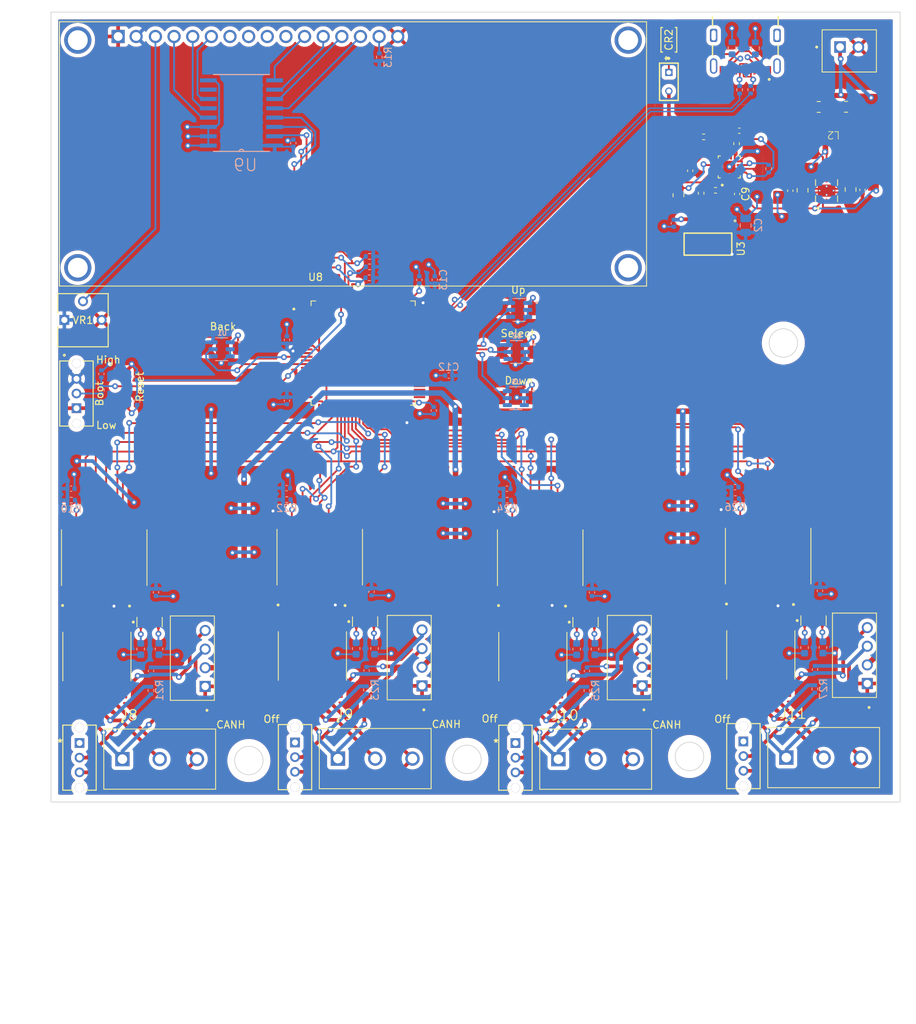
<source format=kicad_pcb>
(kicad_pcb (version 20221018) (generator pcbnew)
  (layers (0 "F.Cu" signal) (31 "B.Cu" signal) (34 "B.Paste" user) (35 "F.Paste" user) (36 "B.SilkS" user "B.Silkscreen") (37 "F.SilkS" user "F.Silkscreen") (38 "B.Mask" user) (39 "F.Mask" user) (44 "Edge.Cuts" user))
  (net 0 "")
  (net 1 "VCC")
  (net 2 "GND")
  (net 3 "+3.3V")
  (net 4 "+5V")
  (net 5 "/MCU/Boot0")
  (net 6 "VDD")
  (net 7 "Net-(U7-EN2)")
  (net 8 "Net-(U8C-VCAP_1)")
  (net 9 "Net-(U8C-VCAP_2)")
  (net 10 "/MCU/NRST")
  (net 11 "/CAN1/OSC2")
  (net 12 "/CAN1/OSC1")
  (net 13 "/CAN1/CAN_VDD")
  (net 14 "/CAN1/CAN_GND")
  (net 15 "/CAN2/OSC2")
  (net 16 "/CAN2/OSC1")
  (net 17 "/CAN2/CAN_VDD")
  (net 18 "/CAN2/CAN_GND")
  (net 19 "/CAN3/OSC2")
  (net 20 "/CAN3/OSC1")
  (net 21 "/CAN3/CAN_VDD")
  (net 22 "/CAN3/CAN_GND")
  (net 23 "/CAN4/OSC2")
  (net 24 "/CAN4/OSC1")
  (net 25 "/CAN4/CAN_VDD")
  (net 26 "/CAN4/CAN_GND")
  (net 27 "Net-(CR2-Pad1)")
  (net 28 "/USB + Power Source/USB_VBUS")
  (net 29 "Net-(DS1-VO)")
  (net 30 "/LED/RS_L")
  (net 31 "/LED/RW_L")
  (net 32 "/LED/E_L")
  (net 37 "/LED/D4L")
  (net 38 "/LED/D5L")
  (net 39 "/LED/D6L")
  (net 40 "/LED/D7L")
  (net 41 "/LED/A")
  (net 42 "/USB + Power Source/USB_D-")
  (net 43 "/USB + Power Source/USB_D+")
  (net 45 "Net-(J1-CC2)")
  (net 46 "Net-(J1-CC1)")
  (net 48 "/CAN1/CANL")
  (net 49 "/CAN1/CANH")
  (net 50 "/CAN2/CANL")
  (net 51 "/CAN2/CANH")
  (net 52 "/CAN3/CANL")
  (net 53 "/CAN3/CANH")
  (net 54 "/CAN4/CANL")
  (net 55 "/CAN4/CANH")
  (net 56 "Net-(U6-SW)")
  (net 57 "/D+")
  (net 58 "/D-")
  (net 59 "/USB + Power Source/LBI")
  (net 60 "Net-(R8-Pad1)")
  (net 61 "Net-(U7-TS)")
  (net 62 "Net-(U19-~{RESET})")
  (net 63 "Net-(U7-~{PGOOD})")
  (net 64 "Net-(U7-~{CHG})")
  (net 65 "/USB + Power Source/ILIM")
  (net 66 "/USB + Power Source/TMR")
  (net 67 "Net-(R16-Pad1)")
  (net 68 "/USB + Power Source/Iset")
  (net 69 "/SDA")
  (net 70 "/SCL")
  (net 71 "/LCD_Int")
  (net 72 "Net-(R21-Pad1)")
  (net 73 "Net-(U21-~{RESET})")
  (net 74 "Net-(R23-Pad1)")
  (net 75 "Net-(U23-~{RESET})")
  (net 76 "Net-(R25-Pad1)")
  (net 77 "Net-(U25-~{RESET})")
  (net 78 "Net-(R27-Pad1)")
  (net 79 "/Buttons/Back")
  (net 80 "/Buttons/Sel")
  (net 81 "/Buttons/Up")
  (net 82 "/Buttons/Down")
  (net 88 "/Deb_back")
  (net 90 "/Deb_select")
  (net 92 "/Deb_Up")
  (net 94 "/Deb_Down")
  (net 97 "/SysOff")
  (net 100 "/SCK")
  (net 101 "/MISO")
  (net 102 "/MOSI")
  (net 103 "/CS1")
  (net 104 "/CS2")
  (net 105 "/CS3")
  (net 106 "/CS4")
  (net 107 "/INT1")
  (net 108 "/INT2")
  (net 109 "/INT3")
  (net 110 "/INT4")
  (net 175 "/CAN1/CAN_TX")
  (net 176 "/CAN1/CAN_RX")
  (net 183 "/CAN2/CAN_TX")
  (net 184 "/CAN2/CAN_RX")
  (net 191 "/CAN3/CAN_TX")
  (net 192 "/CAN3/CAN_RX")
  (net 199 "/CAN4/CAN_TX")
  (net 200 "/CAN4/CAN_RX")
  (footprint "revparts2:SOP254P1040X485-8N" (layer "F.Cu") (at 146.0825 109.3475 -90)
    (fp_text reference "U20" hide)
    (fp_text value "ISO1050DUBR" hide)
  )
  (footprint "revparts2:TS-1088-AR02016" (layer "F.Cu") (at 163.2 67.3425)
    (fp_text reference "S5" hide)
    (fp_text value "TS-1088-AR02016" hide)
  )
  (footprint "relevantparts:CONV_RFM-0505S" (layer "F.Cu") (at 218.63 109.5 90)
    (fp_text reference "PS7" hide)
    (fp_text value "B0505S-1WR3" hide)
  )
  (footprint "revparts2:SOIC127P1030X265-18N" (layer "F.Cu") (at 147.0825 95.8775 90)
    (fp_text reference "U19" hide)
    (fp_text value "MCP2515-I_SO" hide)
  )
  (footprint "Resistor_SMD:R_0402_1005Metric" (layer "F.Cu") (at 233.25 39.48 90)
    (fp_text reference "R12" hide)
    (fp_text value "10k" hide)
  )
  (footprint "relevantparts:CONV_RFM-0505S" (layer "F.Cu") (at 249.31 109.18 90)
    (fp_text reference "PS8" hide)
    (fp_text value "B0505S-1WR3" hide)
  )
  (footprint "revparts3:CDRH5D28RHP" (layer "F.Cu") (at 246.33 39.84)
    (fp_text reference "L2")
    (fp_text value "6.8uH" hide)
  )
  (footprint "Resistor_SMD:R_0805_2012Metric" (layer "F.Cu") (at 244.44 34.48 180)
    (fp_text reference "R7" hide)
    (fp_text value "390k" hide)
  )
  (footprint "revparts2:TS-1088-AR02016" (layer "F.Cu") (at 203.1275 74.0825)
    (fp_text reference "S13" hide)
    (fp_text value "TS-1088-AR02016" hide)
  )
  (footprint "revparts2:TS-1088-AR02016" (layer "F.Cu") (at 203.4175 61.9625)
    (fp_text reference "S12" hide)
    (fp_text value "TS-1088-AR02016" hide)
  )
  (footprint "revparts2:SS12D07_CNK" (layer "F.Cu") (at 234.18 120.919999)
    (fp_text reference "SW4" hide)
    (fp_text value "SS12D07VG4NSGAPA" hide)
  )
  (footprint "Resistor_SMD:R_0402_1005Metric" (layer "F.Cu") (at 228.76 38.56 180)
    (fp_text reference "R14" hide)
    (fp_text value "1.18K" hide)
  )
  (footprint "revparts2:CUI_TB006-508-03BE" (layer "F.Cu") (at 240.03 123.12)
    (fp_text reference "J11")
    (fp_text value "WJ500V-5.08-3P" hide)
  )
  (footprint "relevantparts:CONV_RFM-0505S" (layer "F.Cu") (at 188.64 109.5 90)
    (fp_text reference "PS6" hide)
    (fp_text value "B0505S-1WR3" hide)
  )
  (footprint "revparts2:OSC_CSTNE16M0V530000R0" (layer "F.Cu") (at 182.6275 104.5875)
    (fp_text reference "Y3" hide)
    (fp_text value "CSTNE16M0V530000R0" hide)
  )
  (footprint "revparts2:SS12D07_CNK" (layer "F.Cu") (at 173.0775 121.057499)
    (fp_text reference "SW2" hide)
    (fp_text value "SS12D07VG4NSGAPA" hide)
  )
  (footprint "Capacitor_SMD:C_0805_2012Metric" (layer "F.Cu") (at 248.78 45.72 -90)
    (fp_text reference "C3" hide)
    (fp_text value "10uF" hide)
  )
  (footprint "revparts2:SOP254P1040X485-8N" (layer "F.Cu") (at 175.4475 109.2775 -90)
    (fp_text reference "U22" hide)
    (fp_text value "ISO1050DUBR" hide)
  )
  (footprint "Capacitor_SMD:C_0402_1005Metric" (layer "F.Cu") (at 233.32 46.34 -90)
    (fp_text reference "C9")
    (fp_text value "4.7uF" hide)
  )
  (footprint "revparts2:OSC_CSTNE16M0V530000R0" (layer "F.Cu") (at 212.6675 104.6675)
    (fp_text reference "Y4" hide)
    (fp_text value "CSTNE16M0V530000R0" hide)
  )
  (footprint "revparts2:TS-1088-AR02016" (layer "F.Cu") (at 149.72 72.915 90)
    (fp_text reference "S10" hide)
    (fp_text value "TS-1088-AR02016" hide)
  )
  (footprint "revparts2:SOIC127P1030X265-18N" (layer "F.Cu") (at 176.4475 95.8075 90)
    (fp_text reference "U21" hide)
    (fp_text value "MCP2515-I_SO" hide)
  )
  (footprint "revparts2:SOIC127P1030X265-18N" (layer "F.Cu") (at 206.4875 95.8875 90)
    (fp_text reference "U23" hide)
    (fp_text value "MCP2515-I_SO" hide)
  )
  (footprint "Resistor_SMD:R_0402_1005Metric" (layer "F.Cu") (at 228.42 46.23 -90)
    (fp_text reference "R17" hide)
    (fp_text value "1.5k" hide)
  )
  (footprint "revparts2:JST_B2B-XH-A" (layer "F.Cu") (at 248.6 26.845 180)
    (fp_text reference "J4" hide)
    (fp_text value "B2B-PH-K-S-GW" hide)
  )
  (footprint "revparts2:OSC_CSTNE16M0V530000R0" (layer "F.Cu") (at 153.2625 104.6575)
    (fp_text reference "Y2" hide)
    (fp_text value "CSTNE16M0V530000R0" hide)
  )
  (footprint "revparts2:CUI_TB006-508-03BE" (layer "F.Cu") (at 149.5625 123.3275)
    (fp_text reference "J8")
    (fp_text value "WJ500V-5.08-3P" hide)
  )
  (footprint "revparts2:SS12D07_CNK" (layer "F.Cu") (at 143.3 75.52 180)
    (fp_text reference "SW5" hide)
    (fp_text value "SS12D07VG4NSGAPA" hide)
  )
  (footprint "Resistor_SMD:R_0805_2012Metric" (layer "F.Cu") (at 248.17 34.46 180)
    (fp_text reference "R3" hide)
    (fp_text value "2.87M" hide)
  )
  (footprint "revparts2:LCD_LCM-S01602DTR_A" (layer "F.Cu") (at 181.53 41.18)
    (fp_text reference "DS1" hide)
    (fp_text value "HS1602A-B")
  )
  (footprint "revparts2:SOIC127P1030X265-18N" (layer "F.Cu") (at 237.55 95.67 90)
    (fp_text reference "U25" hide)
    (fp_text value "MCP2515-I_SO" hide)
  )
  (footprint "Capacitor_SMD:C_0402_1005Metric" (layer "F.Cu") (at 233.62 37.72)
    (fp_text reference "C10" hide)
    (fp_text value "4.7uF" hide)
  )
  (footprint "Capacitor_SMD:C_0805_2012Metric" (layer "F.Cu") (at 242.24 45.83 90)
    (fp_text reference "C6" hide)
    (fp_text value "47uF" hide)
  )
  (footprint "revparts2:CUI_TB006-508-03BE" (layer "F.Cu") (at 208.9675 123.3375)
    (fp_text reference "J10")
    (fp_text value "WJ500V-5.08-3P" hide)
  )
  (footprint "revparts2:GCT_USB4105-GF-A" (layer "F.Cu") (at 234.44 24.73 180)
    (fp_text reference "J1" hide)
    (fp_text value "USB4105-GF-A" hide)
  )
  (footprint "revparts2:CUI_TB006-508-03BE" (layer "F.Cu") (at 178.9275 123.2575)
    (fp_text reference "J9")
    (fp_text value "WJ500V-5.08-3P" hide)
  )
  (footprint "Capacitor_SMD:C_0402_1005Metric" (layer "F.Cu") (at 226.93 43.17 -90)
    (fp_text reference "C8" hide)
    (fp_text value "1uF" hide)
  )
  (footprint "Capacitor_SMD:C_0402_1005Metric" (layer "F.Cu") (at 240.57 45.89 90)
    (fp_text reference "C5" hide)
    (fp_text value "2.2uF" hide)
  )
  (footprint "revparts2:SOP254P1040X485-8N" (layer "F.Cu") (at 236.55 109.14 -90)
    (fp_text reference "U26" hide)
    (fp_text value "ISO1050DUBR" hide)
  )
  (footprint "revparts2:QFN50P300X300X100-17N" (layer "F.Cu") (at 232.245 42.65 90)
    (fp_text reference "U7" hide)
    (fp_text value "BQ24075RGTT" hide)
  )
  (footprint "relevantparts:CONV_RFM-0505S" (layer "F.Cu") (at 159.09 109.57 90)
    (fp_text reference "PS5" hide)
    (fp_text value "B0505S-1WR3" hide)
  )
  (footprint "TS_102_G_A:SAMTEC_TS-102-G-A" (layer "F.Cu") (at 224.02 31.05 -90)
    (fp_text reference "J12" hide)
    (fp_text value "TS-102-G-A")
  )
  (footprint "revparts2:VREG_V62_16624-01YE" (layer "F.Cu") (at 245.51 45.88 90)
    (fp_text reference "U6" hide)
    (fp_text value "TPS61027DRCR" hide)
  )
  (footprint "revparts3:POT_3362P" (layer "F.Cu") (at 141.65 63.4974)
    (fp_text reference "VR1")
    (fp_text value "3362P-1-103LF" hide)
  )
  (footprint "Capacitor_SMD:C_0402_1005Metric" (layer "F.Cu") (at 250.4 45.78 -90)
    (fp_text reference "C4" hide)
    (fp_text value "100nF" hide)
  )
  (footprint "Resistor_SMD:R_0805_2012Metric" (layer "F.Cu") (at 225.331845 46.505841 -90)
    (fp_text reference "R15" hide)
    (fp_text value "25k" hide)
  )
  (footprint "revparts2:SS12D07_CNK" (layer "F.Cu") (at 143.7125 121.127499)
    (fp_text reference "SW1" hide)
    (fp_text value "SS12D07VG4NSGAPA" hide)
  )
  (footprint "Resistor_SMD:R_0402_1005Metric" (layer "F.Cu") (at 230.38 45.84)
    (fp_text reference "R9" hide)
    (fp_text value "10k" hide)
  )
  (footprint "revparts2:OSC_CSTNE16M0V530000R0" (layer "F.Cu") (at 243.73 104.45)
    (fp_text reference "Y5" hide)
    (fp_text value "CSTNE16M0V530000R0" hide)
  )
  (footprint "revparts2:QFP50P1600X1600X160-100N" (layer "F.Cu") (at 182.3625 68.0125)
    (fp_text reference "U8")
    (fp_text value "STM32F407VGT6" hide)
  )
  (footprint "revparts2:SOP254P1040X485-8N" (layer "F.Cu") (at 205.4875 109.3575 -90)
    (fp_text reference "U24" hide)
    (fp_text value "ISO1050DUBR" hide)
  )
  (footprint "revparts2:SOT230P700X180-4N" (layer "F.Cu") (at 229.34575 53.16965 -90)
    (fp_text reference "U3")
    (fp_text value "LD1117S33TR" hide)
  )
  (footprint "smd110:SOD-123FL_MCC" (layer "F.Cu") (at 224.02 25.331 90)
    (fp_text reference "CR2")
    (fp_text value "SMD110PL-TP" hide)
  )
  (footprint "revparts2:TS-1088-AR02016" (layer "F.Cu") (at 203.375 67.8825)
    (fp_text reference "S11" hide)
    (fp_text value "TS-1088-AR02016" hide)
  )
  (footprint "revparts2:SS12D07_CNK" (layer "F.Cu") (at 203.1175 121.137499)
    (fp_text reference "SW3" hide)
    (fp_text value "SS12D07VG4NSGAPA" hide)
  )
  (footprint "Resistor_SMD:R_0402_1005Metric" (layer "B.Cu") (at 233.055 87.835)
    (fp_text reference "R26")
    (fp_text value "10k" hide)
  )
  (footprint "Capacitor_SMD:C_0402_1005Metric" (layer "B.Cu") (at 171.9225 86.4125 180)
    (fp_text reference "C38" hide)
    (fp_text value "100nF" hide)
  )
  (footprint "revparts2:SOT95P275X110-6N" (layer "B.Cu") (at 163.0825 67.4925 180)
    (fp_text reference "U1")
    (fp_text value "MAX16054AZT_T" hide)
  )
  (footprint "Capacitor_SMD:C_0402_1005Metric" (layer "B.Cu") (at 213.5475 100.6175 -90)
    (fp_text reference "C45" hide)
    (fp_text value "100nF" hide)
  )
  (footprint "Resistor_SMD:R_0402_1005Metric" (layer "B.Cu") (at 171.9525 87.9725)
    (fp_text reference "R22")
    (fp_text value "10k" hide)
  )
  (footprint "Capacitor_SMD:C_0402_1005Metric" (layer "B.Cu") (at 151.56 71.23 90)
    (fp_text reference "C18" hide)
    (fp_text value "100nF" hide)
  )
  (footprint "Capacitor_SMD:C_0402_1005Metric" (layer "B.Cu") (at 153.4625 111.3175 90)
    (fp_text reference "C34" hide)
    (fp_text value "100nF" hide)
  )
  (footprint "Capacitor_SMD:C_0603_1608Metric" (layer "B.Cu") (at 152.0475 108.3325 -90)
    (fp_text reference "C31" hide)
    (fp_text value "7pF" hide)
  )
  (footprint "Capacitor_SMD:C_0402_1005Metric" (layer "B.Cu") (at 243.93 111.11 90)
    (fp_text reference "C49" hide)
    (fp_text value "100nF" hide)
  )
  (footprint "Resistor_SMD:R_0402_1005Metric" (layer "B.Cu") (at 182.8075 113.9075 90)
    (fp_text reference "R23")
    (fp_text value "120" hide)
  )
  (footprint "Capacitor_SMD:C_0402_1005Metric" (layer "B.Cu") (at 212.8675 111.3275 90)
    (fp_text reference "C44" hide)
    (fp_text value "100nF" hide)
  )
  (footprint "Capacitor_SMD:C_0402_1005Metric" (layer "B.Cu") (at 233.025 86.275 180)
    (fp_text reference "C48" hide)
    (fp_text value "100nF" hide)
  )
  (footprint "Capacitor_SMD:C_0402_1005Metric" (layer "B.Cu") (at 194.0225 71.0725 180)
    (fp_text reference "C12")
    (fp_text value "100nF" hide)
  )
  (footprint "Capacitor_SMD:C_0805_2012Metric" (layer "B.Cu") (at 234.48 50.63 -90)
    (fp_text reference "C2")
    (fp_text value "10uF" hide)
  )
  (footprint "Capacitor_SMD:C_0402_1005Metric" (layer "B.Cu") (at 172.85 39.42 -90)
    (fp_text reference "C14" hide)
    (fp_text value "100nF" hide)
  )
  (footprint "Capacitor_SMD:C_0402_1005Metric" (layer "B.Cu") (at 142.5575 86.4825 180)
    (fp_text reference "C33" hide)
    (fp_text value "100nF" hide)
  )
  (footprint "revparts2:SOT95P275X110-6N" (layer "B.Cu") (at 203.1625 74.1525 180)
    (fp_text reference "U5")
    (fp_text value "MAX16054AZT_T" hide)
  )
  (footprint "Capacitor_SMD:C_0603_1608Metric" (layer "B.Cu") (at 183.9125 108.2525 -90)
    (fp_text reference "C37" hide)
    (fp_text value "7pF" hide)
  )
  (footprint "Capacitor_SMD:C_0603_1608Metric" (layer "B.Cu") (at 154.5475 108.3225 -90)
    (fp_text reference "C32" hide)
    (fp_text value "7pF" hide)
  )
  (footprint "revparts2:SOT95P275X110-6N" (layer "B.Cu") (at 203.62 62.1325 180)
    (fp_text reference "U4" hide)
    (fp_text value "MAX16054AZT_T" hide)
  )
  (footprint "Capacitor_SMD:C_0402_1005Metric" (layer "B.Cu") (at 154.1425 100.6075 -90)
    (fp_text reference "C35" hide)
    (fp_text value "100nF" hide)
  )
  (footprint "Resistor_SMD:R_0402_1005Metric" (layer "B.Cu") (at 146.69 73.03 90)
    (fp_text reference "R8" hide)
    (fp_text value "10k" hide)
  )
  (footprint "Resistor_SMD:R_0402_1005Metric" (layer "B.Cu") (at 243.91 113.77 90)
    (fp_text reference "R27")
    (fp_text value "120" hide)
  )
  (footprint "Capacitor_SMD:C_0402_1005Metric" (layer "B.Cu") (at 192.1225 58.0225 90)
    (fp_text reference "C13")
    (fp_text value "100nF" hide)
  )
  (footprint "Capacitor_SMD:C_0402_1005Metric" (layer "B.Cu") (at 224.7 50.32 -90)
    (fp_text reference "C1" hide)
    (fp_text value "100nF" hide)
  )
  (footprint "Capacitor_SMD:C_0402_1005Metric" (layer "B.Cu") (at 244.61 100.4 -90)
    (fp_text reference "C50" hide)
    (fp_text value "100nF" hide)
  )
  (footprint "Resistor_SMD:R_0402_1005Metric" (layer "B.Cu") (at 237.62 42.89 -90)
    (fp_text reference "R11" hide)
    (fp_text value "10k" hide)
  )
  (footprint "Capacitor_SMD:C_0603_1608Metric" (layer "B.Cu") (at 181.4125 108.2625 -90)
    (fp_text reference "C36" hide)
    (fp_text value "7pF" hide)
  )
  (footprint "Capacitor_SMD:C_0402_1005Metric" (layer "B.Cu") (at 171.9825 66.2025 90)
    (fp_text reference "C11" hide)
    (fp_text value "100nF" hide)
  )
  (footprint "Resistor_SMD:R_0402_1005Metric" (layer "B.Cu") (at 233.66 32.14 90)
    (fp_text reference "R1" hide)
    (fp_text value "22" hide)
  )
  (footprint "Resistor_SMD:R_0402_1005Metric" (layer "B.Cu") (at 235.17 32.13 90)
    (fp_text reference "R2" hide)
    (fp_text value "22" hide)
  )
  (footprint "Resistor_SMD:R_0402_1005Metric" (layer "B.Cu") (at 153.4425 113.9775 90)
    (fp_text reference "R21")
    (fp_text value "120" hide)
  )
  (footprint "Resistor_SMD:R_0402_1005Metric" (layer "B.Cu") (at 183.2425 56.2625 180)
    (fp_text reference "R19" hide)
    (fp_text value "4.7k" hide)
  )
  (footprint "Resistor_SMD:R_0402_1005Metric" (layer "B.Cu") (at 212.8475 113.9875 90)
    (fp_text reference "R25")
    (fp_text value "120" hide)
  )
  (footprint "Resistor_SMD:R_0603_1608Metric" (layer "B.Cu") (at 232.64 26.48 -90)
    (fp_text reference "R5" hide)
    (fp_text value "5.1k" hide)
  )
  (footprint "Resistor_SMD:R_0402_1005Metric" (layer "B.Cu") (at 201.9925 88.0525)
    (fp_text reference "R24")
    (fp_text value "10k" hide)
  )
  (footprint "Capacitor_SMD:C_0402_1005Metric" (layer "B.Cu") (at 183.5075 100.5375 -90)
    (fp_text reference "C40" hide)
    (fp_text value "100nF" hide)
  )
  (footprint "revparts2:SOT95P275X110-6N" (layer "B.Cu") (at 203.27 67.8625 180)
    (fp_text reference "U2")
    (fp_text value "MAX16054AZT_T" hide)
  )
  (footprint "Resistor_SMD:R_0402_1005Metric" (layer "B.Cu") (at 183.2025 57.7525 180)
    (fp_text reference "R20" hide)
    (fp_text value "4.7k" hide)
  )
  (footprint "Capacitor_SMD:C_0603_1608Metric" (layer "B.Cu") (at 242.515 108.125 -90)
    (fp_text reference "C46" hide)
    (fp_text value "7pF" hide)
  )
  (footprint "Resistor_SMD:R_0402_1005Metric" (layer "B.Cu") (at 183.2325 54.8425 180)
    (fp_text reference "R18" hide)
    (fp_text value "4.7k" hide)
  )
  (footprint "Capacitor_SMD:C_0402_1005Metric" (layer "B.Cu") (at 171.9725 74.5025 -90)
    (fp_text reference "C15" hide)
    (fp_text value "100nF" hide)
  )
  (footprint "Capacitor_SMD:C_0603_1608Metric" (layer "B.Cu") (at 213.9525 108.3325 -90)
    (fp_text reference "C42" hide)
    (fp_text value "7pF" hide)
  )
  (footprint "Capacitor_SMD:C_0402_1005Metric" (layer "B.Cu") (at 201.9625 86.4925 180)
    (fp_text reference "C43" hide)
    (fp_text value "100nF" hide)
  )
  (footprint "Resistor_SMD:R_0603_1608Metric" (layer "B.Cu") (at 235.81 26.49 90)
    (fp_text reference "R4" hide)
    (fp_text value "5.1k" hide)
  )
  (footprint "Resistor_SMD:R_0402_1005Metric" (layer "B.Cu") (at 184.57 27.7 90)
    (fp_text reference "R13")
    (fp_text value "10k")
  )
  (footprint "Resistor_SMD:R_0402_1005Metric" (layer "B.Cu") (at 151.56 74.57 90)
    (fp_text reference "R16" hide)
    (fp_text value "100" hide)
  )
  (footprint "Capacitor_SMD:C_0402_1005Metric" (layer "B.Cu") (at 191.9825 75.8325 -90)
    (fp_text reference "C16" hide)
    (fp_text value "2.2uF" hide)
  )
  (footprint "Capacitor_SMD:C_0402_1005Metric" (layer "B.Cu") (at 190.0125 58.0325 90)
    (fp_text reference "C17" hide)
    (fp_text value "2.2uF" hide)
  )
  (footprint "Capacitor_SMD:C_0402_1005Metric" (layer "B.Cu") (at 182.8275 111.2475 90)
    (fp_text reference "C39" hide)
    (fp_text value "100nF" hide)
  )
  (footprint "Capacitor_SMD:C_0603_1608Metric" (layer "B.Cu") (at 245.015 108.115 -90)
    (fp_text reference "C47" hide)
    (fp_text value "7pF" hide)
  )
  (footprint "revparts2:SOIC127P1032X265-16N" (layer "B.Cu") (at 165.783 35.3)
    (fp_text reference "U9")
    (fp_text value "PCF8574T_3_518" hide)
  )
  (footprint "Capacitor_SMD:C_0402_1005Metric" (layer "B.Cu") (at 146.69 70.85 -90)
    (fp_text reference "C7" hide)
    (fp_text value "100nF" hide)
  )
  (footprint "Capacitor_SMD:C_0603_1608Metric" (layer "B.Cu") (at 211.4525 108.3425 -90)
    (fp_text reference "C41" hide)
    (fp_text value "7pF" hide)
  )
  (footprint "Resistor_SMD:R_0402_1005Metric" (layer "B.Cu") (at 142.5875 88.0425)
    (fp_text reference "R10")
    (fp_text value "10k" hide)
  )
  (gr_circle (center 226.83 122.97) (end 225.38 121.68) (stroke (width 0.1)) (fill none) (layer "Edge.Cuts"))
  (gr_circle (center 166.79 123.52) (end 165.34 122.23) (stroke (width 0.1)) (fill none) (layer "Edge.Cuts"))
  (gr_circle (center 239.62 66.64) (end 238.17 65.35) (stroke (width 0.1)) (fill none) (layer "Edge.Cuts"))
  (gr_rect (start 139.82 21.56) (end 255.53 129.17) (stroke (width 0.1)) (fill none) (layer "Edge.Cuts"))
  (gr_circle (center 196.5 123.36) (end 195.05 122.07) (stroke (width 0.1)) (fill none) (layer "Edge.Cuts"))
  (gr_text "Back" (at 161.38 64.98) (layer "F.SilkS") (effects (font (size 1 1)) (justify left bottom)))
  (gr_text "Boot" (at 147.03 75.34 90) (layer "F.SilkS") (effects (font (size 1 1)) (justify left bottom)))
  (gr_text "Reset" (at 152.54 74.76 90) (layer "F.SilkS") (effects (font (size 1 1)) (justify left bottom)))
  (gr_text "High" (at 145.87 69.51) (layer "F.SilkS") (effects (font (size 1 1)) (justify left bottom)))
  (gr_text "Down" (at 201.56 72.34) (layer "F.SilkS") (effects (font (size 1 1)) (justify left bottom)))
  (gr_text "CANH" (at 221.6675 119.2375) (layer "F.SilkS") (effects (font (size 1 1)) (justify left bottom)))
  (gr_text "Up" (at 202.43 59.99) (layer "F.SilkS") (effects (font (size 1 1)) (justify left bottom)))
  (gr_text "Off" (at 168.69 118.46) (layer "F.SilkS") (effects (font (size 1 1)) (justify left bottom)))
  (gr_text "Low" (at 145.89 78.42) (layer "F.SilkS") (effects (font (size 1 1)) (justify left bottom)))
  (gr_text "CANH" (at 191.6275 119.1575) (layer "F.SilkS") (effects (font (size 1 1)) (justify left bottom)))
  (gr_text "CANH" (at 162.2625 119.2275) (layer "F.SilkS") (effects (font (size 1 1)) (justify left bottom)))
  (gr_text "Off" (at 230.13 118.46) (layer "F.SilkS") (effects (font (size 1 1)) (justify left bottom)))
  (gr_text "Off" (at 198.42 118.41) (layer "F.SilkS") (effects (font (size 1 1)) (justify left bottom)))
  (gr_text "Select" (at 201.01 65.92) (layer "F.SilkS") (effects (font (size 1 1)) (justify left bottom)))
  (segment (start 225.7 49.78) (end 226.5561 49.78) (width 0.5) (layer "F.Cu") (net 1))
  (segment (start 227.04575 47.9) (end 230.670538 47.9) (width 0.5) (layer "F.Cu") (net 1))
  (segment (start 243.93 48.3) (end 235.767609 48.3) (width 0.25) (layer "F.Cu") (net 1))
  (segment (start 232.29 45.61) (end 232.29 44.085) (width 0.5) (layer "F.Cu") (net 1))
  (segment (start 247.35 26.32) (end 247.35 27.85) (width 0.5) (layer "F.Cu") (net 1))
  (segment (start 230.670538 47.9) (end 230.670538 47.229462) (width 0.5) (layer "F.Cu") (net 1))
  (segment (start 247.35 27.85) (end 247.43 27.93) (width 0.25) (layer "F.Cu") (net 1))
  (segment (start 244.51 47.72) (end 244.51 47.28) (width 0.25) (layer "F.Cu") (net 1))
  (segment (start 227.04575 50.26965) (end 227.04575 47.9) (width 0.5) (layer "F.Cu") (net 1))
  (segment (start 252.27 45.89) (end 251.68 45.3) (width 0.25) (layer "F.Cu") (net 1))
  (segment (start 246.51 44.48) (end 248.49 44.48) (width 0.25) (layer "F.Cu") (net 1))
  (segment (start 226.5561 49.78) (end 227.04575 50.26965) (width 0.25) (layer "F.Cu") (net 1))
  (segment (start 232.29 45.61) (end 233.07 45.61) (width 0.25) (layer "F.Cu") (net 1))
  (segment (start 232.495 44.085) (end 231.995 44.085) (width 0.25) (layer "F.Cu") (net 1))
  (segment (start 243.93 48.3) (end 244.51 47.72) (width 0.25) (layer "F.Cu") (net 1))
  (segment (start 248.49 44.48) (end 248.78 44.77) (width 0.25) (layer "F.Cu") (net 1))
  (segment (start 233.327609 45.86) (end 233.32 45.86) (width 0.25) (layer "F.Cu") (net 1))
  (segment (start 251.68 45.3) (end 250.4 45.3) (width 0.25) (layer "F.Cu") (net 1))
  (segment (start 235.767609 48.3) (end 233.327609 45.86) (width 0.25) (layer "F.Cu") (net 1))
  (segment (start 230.670538 47.229462) (end 232.29 45.61) (width 0.5) (layer "F.Cu") (net 1))
  (segment (start 233.07 45.61) (end 233.32 45.86) (width 0.25) (layer "F.Cu") (net 1))
  (via (at 225.7 49.78) (size 0.8) (drill 0.4) (layers "F.Cu" "B.Cu") (net 1))
  (via (at 252.27 45.89) (size 0.8) (drill 0.4) (layers "F.Cu" "B.Cu") (net 1))
  (via (at 251.58 33.22) (size 0.8) (drill 0.4) (layers "F.Cu" "B.Cu") (net 1))
  (via (at 247.43 27.93) (size 0.8) (drill 0.4) (layers "F.Cu" "B.Cu") (net 1))
  (via (at 247.46 32.82) (size 0.8) (drill 0.4) (layers "F.Cu" "B.Cu") (net 1))
  (via (at 243.93 48.3) (size 0.8) (drill 0.4) (layers "F.Cu" "B.Cu") (net 1))
  (segment (start 251.77 45.89) (end 249.35 48.31) (width 0.25) (layer "B.Cu") (net 1))
  (segment (start 247.43 29.07) (end 247.43 32.79) (width 0.5) (layer "B.Cu") (net 1))
  (segment (start 224.7 49.84) (end 225.64 49.84) (width 0.5) (layer "B.Cu") (net 1))
  (segment (start 247.43 29.07) (end 251.58 33.22) (width 0.5) (layer "B.Cu") (net 1))
  (segment (start 247.43 32.79) (end 247.46 32.82) (width 0.5) (layer "B.Cu") (net 1))
  (segment (start 247.43 27.93) (end 247.43 29.07) (width 0.5) (layer "B.Cu") (net 1))
  (segment (start 249.35 48.31) (end 243.94 48.31) (width 0.25) (layer "B.Cu") (net 1))
  (segment (start 225.64 49.84) (end 225.7 49.78) (width 0.25) (layer "B.Cu") (net 1))
  (segment (start 252.27 45.89) (end 251.77 45.89) (width 0.25) (layer "B.Cu") (net 1))
  (segment (start 243.94 48.31) (end 243.93 48.3) (width 0.25) (layer "B.Cu") (net 1))
  (segment (start 236.19 31.59) (end 237.64 30.14) (width 0.25) (layer "F.Cu") (net 2))
  (segment (start 168.37 95.21) (end 168.3 95.14) (width 0.25) (layer "F.Cu") (net 2))
  (segment (start 171.9625 64.0925) (end 171.9625 64.651617) (width 0.25) (layer "F.Cu") (net 2))
  (segment (start 232.495 42.9) (end 232.245 42.65) (width 0.25) (layer "F.Cu") (net 2))
  (segment (start 233.68 41.9) (end 234.4 41.18) (width 0.25) (layer "F.Cu") (net 2))
  (segment (start 228.97 46.74) (end 229.87 45.84) (width 0.25) (layer "F.Cu") (net 2))
  (segment (start 150.82 69.49) (end 150.82 69.74) (width 0.25) (layer "F.Cu") (net 2))
  (segment (start 245.51 45.88) (end 245.788248 45.88) (width 0.25) (layer "F.Cu") (net 2))
  (segment (start 232.52 31.59) (end 236.19 31.59) (width 0.25) (layer "F.Cu") (net 2))
  (segment (start 190.901617 62.5125) (end 191.7 61.714117) (width 0.25) (layer "F.Cu") (net 2))
  (segment (start 160.89 28.46) (end 153.09 28.46) (width 0.5) (layer "F.Cu") (net 2))
  (segment (start 223.89 43.65) (end 223.55 43.31) (width 0.25) (layer "F.Cu") (net 2))
  (segment (start 176.8625 58.0825) (end 176.86 58.08) (width 0.25) (layer "F.Cu") (net 2))
  (segment (start 246.51 47.28) (end 248.17 47.28) (width 0.25) (layer "F.Cu") (net 2))
  (segment (start 190.0425 62.5125) (end 190.901617 62.5125) (width 0.25) (layer "F.Cu") (net 2))
  (segment (start 228.42 46.74) (end 228.97 46.74) (width 0.25) (layer "F.Cu") (net 2))
  (segment (start 231.24 29.485) (end 231.24 30.31) (width 0.25) (layer "F.Cu") (net 2))
  (segment (start 234.4 41.18) (end 234.4 40.73) (width 0.25) (layer "F.Cu") (net 2))
  (segment (start 175.6625 74.5875) (end 175.06 75.19) (width 0.25) (layer "F.Cu") (net 2))
  (segment (start 237.64 30.14) (end 237.64 29.485) (width 0.25) (layer "F.Cu") (net 2))
  (segment (start 191.7 61.714117) (end 191.7 60.8) (width 0.25) (layer "F.Cu") (net 2))
  (segment (start 142.93 82.72) (end 143.34 82.72) (width 0.25) (layer "F.Cu") (net 2))
  (segment (start 248.17 47.28) (end 248.78 46.67) (width 0.25) (layer "F.Cu") (net 2))
  (segment (start 245.51 44.48) (end 245.51 40.795401) (width 0.25) (layer "F.Cu") (net 2))
  (segment (start 142.26 82.05) (end 142.93 82.72) (width 0.5) (layer "F.Cu") (net 2))
  (segment (start 203.3025 74.0525) (end 203.2725 74.0825) (width 0.25) (layer "F.Cu") (net 2))
  (segment (start 163.035 69.2525) (end 161.125 67.3425) (width 0.25) (layer "F.Cu") (net 2))
  (segment (start 171.9625 64.651617) (end 173.823383 66.5125) (width 0.25) (layer "F.Cu") (net 2))
  (segment (start 231.24 30.31) (end 232.52 31.59) (width 0.25) (layer "F.Cu") (net 2))
  (segment (start 226.93 43.65) (end 223.89 43.65) (width 0.25) (layer "F.Cu") (net 2))
  (segment (start 236.11 42.9) (end 236.14 42.93) (width 0.25) (layer "F.Cu") (net 2))
  (segment (start 201.4 67.8825) (end 203.12 69.6025) (width 0.25) (layer "F.Cu") (net 2))
  (segment (start 150.82 69.74) (end 149.72 70.84) (width 0.25) (layer "F.Cu") (net 2))
  (segment (start 244.51 44.48) (end 242.64 44.48) (width 0.3) (layer "F.Cu") (net 2))
  (segment (start 244.231752 44.88) (end 242.24 44.88) (width 0.25) (layer "F.Cu") (net 2))
  (segment (start 246.578248 46.67) (end 248.78 46.67) (width 0.25) (layer "F.Cu") (net 2))
  (segment (start 170.04 27.14) (end 175.72 32.82) (width 0.5) (layer "F.Cu") (net 2))
  (segment (start 176.8625 60.3325) (end 176.8625 58.0825) (width 0.25) (layer "F.Cu") (net 2))
  (segment (start 173.823383 66.5125) (end 174.6825 66.5125) (width 0.25) (layer "F.Cu") (net 2))
  (segment (start 203.2725 74.0825) (end 201.0525 74.0825) (width 0.25) (layer "F.Cu") (net 2))
  (segment (start 245.788248 45.88) (end 246.578248 46.67) (width 0.25) (layer "F.Cu") (net 2))
  (segment (start 251.385 113.2725) (end 251.385 113.3) (width 0.75) (layer "F.Cu") (net 2))
  (segment (start 233.68 42.9) (end 236.11 42.9) (width 0.25) (layer "F.Cu") (net 2))
  (segment (start 176.8625 75.6925) (end 176.8625 74.6925) (width 0.25) (layer "F.Cu") (net 2))
  (segment (start 168.3 95.14) (end 167.53 95.14) (width 0.5) (layer "F.Cu") (net 2))
  (segment (start 175.72 32.82) (end 175.72 32.86) (width 0.25) (layer "F.Cu") (net 2))
  (segment (start 201.3 67.8825) (end 201.4 67.8825) (width 0.25) (layer "F.Cu") (net 2))
  (segment (start 201.635424 61.9625) (end 203.43826 63.765336) (width 0.25) (layer "F.Cu") (net 2))
  (segment (start 201.3425 61.9625) (end 201.635424 61.9625) (width 0.25) (layer "F.Cu") (net 2))
  (segment (start 243.41 42.62) (end 242.37 42.62) (width 0.25) (layer "F.Cu") (net 2))
  (segment (start 162.92 84.39) (end 161.65 84.39) (width 0.5) (layer "F.Cu") (net 2))
  (segment (start 245.51 45.88) (end 245.231752 45.88) (width 0.25) (layer "F.Cu") (net 2))
  (segment (start 245.51 40.795401) (end 245.285884 40.571285) (width 0.25) (layer "F.Cu") (net 2))
  (segment (start 232.995 44.085) (end 233.345 44.085) (width 0.25) (layer "F.Cu") (net 2))
  (segment (start 233.68 42.9) (end 232.495 42.9) (width 0.25) (layer "F.Cu") (net 2))
  (segment (start 176.8625 74.6925) (end 176.7575 74.5875) (width 0.25) (layer "F.Cu") (net 2))
  (segment (start 176.7575 74.5875) (end 175.6625 74.5875) (width 0.25) (layer "F.Cu") (net 2))
  (segment (start 168.58 89.15) (end 168.56 89.17) (width 0.25) (layer "F.Cu") (net 2))
  (segment (start 226.010186 46.74) (end 225.331845 47.418341) (width 0.25) (layer "F.Cu") (net 2))
  (segment (start 233.345 44.085) (end 234.38 45.12) (width 0.25) (layer "F.Cu") (net 2))
  (segment (start 163.035 69.3625) (end 163.035 69.2525) (width 0.25) (layer "F.Cu") (net 2))
  (segment (start 245.231752 45.88) (end 244.231752 44.88) (width 0.25) (layer "F.Cu") (net 2))
  (segment (start 228.42 46.74) (end 226.010186 46.74) (width 0.25) (layer "F.Cu") (net 2))
  (segment (start 168.56 89.17) (end 167.41 89.17) (width 0.5) (layer "F.Cu") (net 2))
  (via (at 203.12 69.6025) (size 0.8) (drill 0.4) (layers "F.Cu" "B.Cu") (net 2))
  (via (at 196.3 92.59) (size 0.8) (drill 0.4) (layers "F.Cu" "B.Cu") (net 2))
  (via (at 227.11 88.83) (size 0.8) (drill 0.4) (layers "F.Cu" "B.Cu") (net 2))
  (via (at 223.38 50.73) (size 0.8) (drill 0.4) (layers "F.Cu" "B.Cu") (net 2))
  (via (at 185.85 101.05) (size 0.8) (drill 0.4) (layers "F.Cu" "B.Cu") (net 2))
  (via (at 243.41 42.62) (size 0.8) (drill 0.4) (layers "F.Cu" "B.Cu") (net 2))
  (via (at 245.285884 40.571285) (size 0.8) (drill 0.4) (layers "F.Cu" "B.Cu") (net 2))
  (via (at 246.16 100.82) (size 0.8) (drill 0.4) (layers "F.Cu" "B.Cu") (net 2))
  (via (at 164.56 95.21) (size 0.8) (drill 0.4) (layers "F.Cu" "B.Cu") (net 2))
  (via (at 158.41 37.19) (size 0.8) (drill 0.4) (layers "F.Cu" "B.Cu") (net 2))
  (via (at 224.08 88.79) (size 0.8) (drill 0.4) (layers "F.Cu" "B.Cu") (net 2))
  (via (at 201.68 84.91) (size 0.8) (drill 0.4) (layers "F.Cu" "B.Cu") (net 2))
  (via (at 189.58 56.27) (size 0.8) (drill 0.4) (layers "F.Cu" "B.Cu") (net 2))
  (via (at 196.3 88.53) (size 0.8) (drill 0.4) (layers "F.Cu" "B.Cu") (net 2))
  (via (at 193.27 92.55) (size 0.8) (drill 0.4) (layers "F.Cu" "B.Cu") (net 2))
  (via (at 193.27 88.49) (size 0.8) (drill 0.4) (layers "F.Cu" "B.Cu") (net 2))
  (via (at 149.71 109.08) (size 0.8) (drill 0.4) (layers "F.Cu" "B.Cu") (net 2))
  (via (at 170.14 75.03) (size 0.8) (drill 0.4) (layers "F.Cu" "B.Cu") (net 2))
  (via (at 151.14 88.35) (size 0.8) (drill 0.4) (layers "F.Cu" "B.Cu") (net 2))
  (via (at 150.82 69.49) (size 0.8) (drill 0.4) (layers "F.Cu" "B.Cu") (net 2))
  (via (at 167.53 95.14) (size 0.8) (drill 0.4) (layers "F.Cu" "B.Cu") (net 2))
  (via (at 172.1 84.67) (size 0.8) (drill 0.4) (layers "F.Cu" "B.Cu") (net 2))
  (via (at 147.77 69.51) (size 0.8) (drill 0.4) (layers "F.Cu" "B.Cu") (net 2))
  (via (at 236.03 46.7) (size 0.8) (drill 0.4) (layers "F.Cu" "B.Cu") (net 2))
  (via (at 235.79 23.81) (size 0.8) (drill 0.4) (layers "F.Cu" "B.Cu") (net 2))
  (via (at 142.9725 84.5225) (size 0.8) (drill 0.4) (layers "F.Cu" "B.Cu") (net 2))
  (via (at 224.29 93.18) (size 0.8) (drill 0.4) (layers "F.Cu" "B.Cu") (net 2))
  (via (at 216.17 109.09) (size 0.8) (drill 0.4) (layers "F.Cu" "B.Cu") (net 2))
  (via (at 231.97 84.61) (size 0.8) (drill 0.4) (layers "F.Cu" "B.Cu") (net 2))
  (via (at 233.3 48.43) (size 0.8) (drill 0.4) (layers "F.Cu" "B.Cu") (net 2))
  (via (at 172.09 39.0595) (size 0.8) (drill 0.4) (layers "F.Cu" "B.Cu") (net 2))
  (via (at 190.09 76.25) (size 0.8) (drill 0.4) (layers "F.Cu" "B.Cu") (net 2))
  (via (at 192.28 71.06) (size 0.8) (drill 0.4) (layers "F.Cu" "B.Cu") (net 2))
  (via (at 164.38 89.13) (size 0.8) (drill 0.4) (layers "F.Cu" "B.Cu") (net 2))
  (via (at 232.27 42.62) (size 0.8) (drill 0.4) (layers "F.Cu" "B.Cu") (net 2))
  (via (at 203.3025 74.0525) (size 0.8) (drill 0.4) (layers "F.Cu" "B.Cu") (net 2))
  (via (at 158.48 39.76) (size 0.8) (drill 0.4) (layers "F.Cu" "B.Cu") (net 2))
  (via (at 186.19 108.93) (size 0.8) (drill 0.4) (layers "F.Cu" "B.Cu") (net 2))
  (via (at 215.26 101.15) (size 0.8) (drill 0.4) (layers "F.Cu" "B.Cu") (net 2))
  (via (at 158.5 38.49) (size 0.8) (drill 0.4) (layers "F.Cu" "B.Cu") (net 2))
  (via (at 161.66 75.7) (size 0.8) (drill 0.4) (layers "F.Cu" "B.Cu") (net 2))
  (via (at 161.65 84.39) (size 0.8) (drill 0.4) (layers "F.Cu" "B.Cu") (net 2))
  (via (at 156.47 101.15) (size 0.8) (drill 0.4) (layers "F.Cu" "B.Cu") (net 2))
  (via (at 171.9625 64.0925) (size 0.8) (drill 0.4) (layers "F.Cu" "B.Cu") (net 2))
  (via (at 163.035 69.3625) (size 0.8) (drill 0.4) (layers "F.Cu" "B.Cu") (net 2))
  (via (at 156.97 109.18) (size 0.8) (drill 0.4) (layers "F.Cu" "B.Cu") (net 2))
  (via (at 178.91 108.93) (size 0.8) (drill 0.4) (layers "F.Cu" "B.Cu") (net 2))
  (via (at 246.6 108.89) (size 0.8) (drill 0.4) (layers "F.Cu" "B.Cu") (net 2))
  (via (at 227.32 93.22) (size 0.8) (drill 0.4) (layers "F.Cu" "B.Cu") (net 2))
  (via (at 232.6 23.77) (size 0.8) (drill 0.4) (layers "F.Cu" "B.Cu") (net 2))
  (via (at 240.43 108.9) (size 0.8) (drill 0.4) (layers "F.Cu" "B.Cu") (net 2))
  (via (at 143.34 82.72) (size 0.8) (drill 0.4) (layers "F.Cu" "B.Cu") (net 2))
  (via (at 236.09 40.52) (size 0.8) (drill 0.4) (layers "F.Cu" "B.Cu") (net 2))
  (via (at 209.4 109.12) (size 0.8) (drill 0.4) (layers "F.Cu" "B.Cu") (net 2))
  (via (at 167.41 89.17) (size 0.8) (drill 0.4) (layers "F.Cu" "B.Cu") (net 2))
  (via (at 191.3 55.96) (size 0.8) (drill 0.4) (layers "F.Cu" "B.Cu") (net 2))
  (via (at 203.43826 63.765336) (size 0.8) (drill 0.4) (layers "F.Cu" "B.Cu") (net 2))
  (segment (start 204.3225 74.1525) (end 203.4025 74.1525) (width 0.25) (layer "B.Cu") (net 2))
  (segment (start 172.09 39.0595) (end 172.722891 39.0595) (width 0.25) (layer "B.Cu") (net 2))
  (segment (start 243.41 42.447169) (end 245.285884 40.571285) (width 0.25) (layer "B.Cu") (net 2))
  (segment (start 234.48 49.68) (end 234.48 49.61) (width 0.25) (layer "B.Cu") (net 2))
  (segment (start 172.722891 39.0595) (end 172.842391 38.94) (width 0.25) (layer "B.Cu") (net 2))
  (segment (start 171.9825 64.1125) (end 171.9625 64.0925) (width 0.25) (layer "B.Cu") (net 2))
  (segment (start 172.4025 86.4125) (end 172.4025 84.9725) (width 0.25) (layer "B.Cu") (net 2))
  (segment (start 244.61 100.88) (end 246.1 100.88) (width 0.25) (layer "B.Cu") (net 2))
  (segment (start 192.1225 57.5425) (end 192.1225 56.7825) (width 0.25) (layer "B.Cu") (net 2))
  (segment (start 232.64 25.655) (end 232.64 23.81) (width 0.25) (layer "B.Cu") (net 2))
  (segment (start 143.0375 84.5875) (end 142.9725 84.5225) (width 0.25) (layer "B.Cu") (net 2))
  (segment (start 242.515 108.9) (end 240.43 108.9) (width 0.25) (layer "B.Cu") (net 2))
  (segment (start 154.5475 109.0975) (end 156.8875 109.0975) (width 0.25) (layer "B.Cu") (net 2))
  (segment (start 162.7298 36.7502) (end 162.275 37.205) (width 0.25) (layer "B.Cu") (net 2))
  (segment (start 162.1254 30.855) (end 162.7298 31.4594) (width 0.25) (layer "B.Cu") (net 2))
  (segment (start 181.4125 109.0375) (end 179.0175 109.0375) (width 0.25) (layer "B.Cu") (net 2))
  (segment (start 162.7298 31.4594) (end 162.7298 36.7502) (width 0.25) (layer "B.Cu") (net 2))
  (segment (start 162.275 37.205) (end 161.2618 37.205) (width 0.25) (layer "B.Cu") (net 2))
  (segment (start 204.3125 75.1125) (end 204.3225 75.1025) (width 0.25) (layer "B.Cu") (net 2))
  (segment (start 203.12 69.6025) (end 203.64 69.6025) (width 0.25) (layer "B.Cu") (net 2))
  (segment (start 193.31 88.53) (end 193.27 88.49) (width 0.25) (layer "B.Cu") (net 2))
  (segment (start 204.097164 63.765336) (end 204.78 63.0825) (width 0.25) (layer "B.Cu") (net 2))
  (segment (start 164.2425 67.4925) (end 164.2425 68.4425) (width 0.25) (layer "B.Cu") (net 2))
  (segment (start 213.5475 101.0975) (end 215.2075 101.0975) (width 0.25) (layer "B.Cu") (net 2))
  (segment (start 234.37 40.52) (end 232.27 42.62) (width 0.5) (layer "B.Cu") (net 2))
  (segment (start 158.515 38.475) (end 158.5 38.49) (width 0.25) (layer "B.Cu") (net 2))
  (segment (start 204.43 68.8125) (end 204.43 67.8625) (width 0.25) (layer "B.Cu") (net 2))
  (segment (start 192.2925 71.0725) (end 192.28 71.06) (width 0.25) (layer "B.Cu") (net 2))
  (segment (start 164.2425 68.4425) (end 163.955 68.4425) (width 0.25) (layer "B.Cu") (net 2))
  (segment (start 234.48 49.68) (end 236.03 48.13) (width 0.25) (layer "B.Cu") (net 2))
  (segment (start 171.9825 65.7225) (end 171.9825 64.1125) (width 0.25) (layer "B.Cu") (net 2))
  (segment (start 193.31 92.59) (end 193.27 92.55) (width 0.25) (layer "B.Cu") (net 2))
  (segment (start 164.42 89.17) (end 164.38 89.13) (width 0.25) (layer "B.Cu") (net 2))
  (segment (start 163.955 68.4425) (end 163.035 69.3625) (width 0.25) (layer "B.Cu") (net 2))
  (segment (start 151.56 70.23) (end 150.82 69.49) (width 0.25) (layer "B.Cu") (net 2))
  (segment (start 158.495 39.745) (end 158.48 39.76) (width 0.25) (layer "B.Cu") (net 2))
  (segment (start 192.1225 56.7825) (end 191.3 55.96) (width 0.25) (layer "B.Cu") (net 2))
  (segment (start 167.41 89.17) (end 164.42 89.17) (width 0.5) (layer "B.Cu") (net 2))
  (segment (start 203.64 69.6025) (end 204.43 68.8125) (width 0.25) (layer "B.Cu") (net 2))
  (segment (start 223.45 50.8) (end 223.38 50.73) (width 0.25) (layer "B.Cu") (net 2))
  (segment (start 154.1425 101.0875) (end 154.205 101.15) (width 0.25) (layer "B.Cu") (net 2))
  (segment (start 202.4425 86.4925) (end 202.4425 85.6725) (width 0.25) (layer "B.Cu") (net 2))
  (segment (start 227.32 93.22) (end 224.33 93.22) (width 0.5) (layer "B.Cu") (net 2))
  (segment (start 196.3 92.59) (end 193.31 92.59) (width 0.5) (layer "B.Cu") (net 2))
  (segment (start 233.505 86.145) (end 231.97 84.61) (width 0.25) (layer "B.Cu") (net 2))
  (segment (start 246.6 108.89) (end 245.015 108.89) (width 0.25) (layer "B.Cu") (net 2))
  (segment (start 191.9825 76.3125) (end 190.1525 76.3125) (width 0.25) (layer "B.Cu") (net 2))
  (segment (start 146.91 70.37) (end 147.77 69.51) (width 0.25) (layer "B.Cu") (net 2))
  (segment (start 183.9125 109.0275) (end 186.0925 109.0275) (width 0.25) (layer "B.Cu") (net 2))
  (segment (start 149.7375 109.1075) (end 149.71 109.08) (width 0.25) (layer "B.Cu") (net 2))
  (segment (start 224.7 50.8) (end 223.45 50.8) (width 0.25) (layer "B.Cu") (net 2))
  (segment (start 161.65 75.71) (end 161.66 75.7) (width 0.25) (layer "B.Cu") (net 2))
  (segment (start 161.2618 39.745) (end 158.495 39.745) (width 0.25) (layer "B.Cu") (net 2))
  (segment (start 185.8175 101.0175) (end 185.85 101.05) (width 0.25) (layer "B.Cu") (net 2))
  (segment (start 193.5425 71.0725) (end 192.2925 71.0725) (width 0.25) (layer "B.Cu") (net 2))
  (segment (start 161.2618 38.475) (end 158.515 38.475) (width 0.25) (layer "B.Cu") (net 2))
  (segment (start 246.1 100.88) (end 246.16 100.82) (width 0.25) (layer "B.Cu") (net 2))
  (segment (start 172.842391 38.94) (end 172.85 38.94) (width 0.25) (layer "B.Cu") (net 2))
  (segment (start 227.11 88.83) (end 224.12 88.83) (width 0.5) (layer "B.Cu") (net 2))
  (segment (start 202.4425 85.6725) (end 201.68 84.91) (width 0.25) (layer "B.Cu") (net 2))
  (segment (start 143.0375 86.4825) (end 143.0375 84.5875) (width 0.25) (layer "B.Cu") (net 2))
  (segment (start 146.69 70.37) (end 146.91 70.37) (width 0.25) (layer "B.Cu") (net 2))
  (segment (start 186.0925 109.0275) (end 186.19 108.93) (width 0.25) (layer "B.Cu") (net 2))
  (segment (start 161.2618 37.205) (end 158.425 37.205) (width 0.25) (layer "B.Cu") (net 2))
  (segment (start 203.43826 63.765336) (end 204.097164 63.765336) (width 0.25) (layer "B.Cu") (net 2))
  (segment (start 183.5075 101.0175) (end 185.8175 101.0175) (width 0.25) (layer "B.Cu") (net 2))
  (segment (start 203.4025 74.1525) (end 203.3025 74.0525) (width 0.25) (layer "B.Cu") (net 2))
  (segment (start 145.51 82.72) (end 151.14 88.35) (width 0.5) (layer "B.Cu") (net 2))
  (segment (start 172.4025 84.9725) (end 172.1 84.67) (width 0.25) (layer "B.Cu") (net 2))
  (segment (start 167.53 95.14) (end 164.63 95.14) (width 0.5) (layer "B.Cu") (net 2))
  (segment (start 213.9525 109.1075) (end 216.1525 109.1075) (width 0.5) (layer "B.Cu") (net 2))
  (segment (start 204.3225 75.1025) (end 204.3225 74.1525) (width 0.25) (layer "B.Cu") (net 2))
  (segment (start 215.2075 101.0975) (end 215.26 101.15) (width 0.25) (layer "B.Cu") (net 2))
  (segment (start 161.2618 30.855) (end 162.1254 30.855) (width 0.25) (layer "B.Cu") (net 2))
  (segment (start 236.09 40.52) (end 234.37 40.52) (width 0.5) (layer "B.Cu") (net 2))
  (segment (start 164.63 95.14) (end 164.56 95.21) (width 0.25) (layer "B.Cu") (net 2))
  (segment (start 236.03 48.13) (end 236.03 46.7) (width 0.25) (layer "B.Cu") (net 2))
  (segment (start 156.8875 109.0975) (end 156.97 109.18) (width 0.25) (layer "B.Cu") (net 2))
  (segment (start 158.425 37.205) (end 158.41 37.19) (width 0.25) (layer "B.Cu") (net 2))
  (segment (start 154.205 101.15) (end 156.47 101.15) (width 0.25) (layer "B.Cu") (net 2))
  (segment (start 216.1525 109.1075) (end 216.17 109.09) (width 0.25) (layer "B.Cu") (net 2))
  (segment (start 190.0125 56.7025) (end 189.58 56.27) (width 0.25) (layer "B.Cu") (net 2))
  (segment (start 161.2618 38.475) (end 161.2618 39.745) (width 0.25) (layer "B.Cu") (net 2))
  (segment (start 233.505 86.275) (end 233.505 86.145) (width 0.25) (layer "B.Cu") (net 2))
  (segment (start 209.4025 109.1175) (end 209.4 109.12) (width 0.25) (layer "B.Cu") (net 2))
  (segment (start 179.0175 109.0375) (end 178.91 108.93) (width 0.25) (layer "B.Cu") (net 2))
  (segment (start 161.65 84.39) (end 161.65 75.71) (width 0.5) (layer "B.Cu") (net 2))
  (segment (start 171.9725 74.9825) (end 170.1875 74.9825) (width 0.25) (layer "B.Cu") (net 2))
  (segment (start 235.81 23.83) (end 235.79 23.81) (width 0.25) (layer "B.Cu") (net 2))
  (segment (start 234.48 49.61) (end 233.3 48.43) (width 0.25) (layer "B.Cu") (net 2))
  (segment (start 152.0475 109.1075) (end 149.7375 109.1075) (width 0.25) (layer "B.Cu") (net 2))
  (segment (start 224.12 88.83) (end 224.08 88.79) (width 0.25) (layer "B.Cu") (net 2))
  (segment (start 243.41 42.62) (end 243.41 42.447169) (width 0.25) (layer "B.Cu") (net 2))
  (segment (start 143.34 82.72) (end 145.51 82.72) (width 0.5) (layer "B.Cu") (net 2))
  (segment (start 204.78 63.0825) (end 204.78 62.1325) (width 0.25) (layer "B.Cu") (net 2))
  (segment (start 224.33 93.22) (end 224.29 93.18) (width 0.25) (layer "B.Cu") (net 2))
  (segment (start 196.3 88.53) (end 193.31 88.53) (width 0.5) (layer "B.Cu") (net 2))
  (segment (start 170.1875 74.9825) (end 170.14 75.03) (width 0.25) (layer "B.Cu") (net 2))
  (segment (start 161.2618 37.205) (end 161.2618 38.475) (width 0.25) (layer "B.Cu") (net 2))
  (segment (start 151.56 70.75) (end 151.56 70.23) (width 0.25) (layer "B.Cu") (net 2))
  (segment (start 211.4525 109.1175) (end 209.4025 109.1175) (width 0.25) (layer "B.Cu") (net 2))
  (segment (start 232.64 23.81) (end 232.6 23.77) (width 0.25) (layer "B.Cu") (net 2))
  (segment (start 190.0125 57.5525) (end 190.0125 56.7025) (width 0.25) (layer "B.Cu") (net 2))
  (segment (start 235.81 25.665) (end 235.81 23.83) (width 0.25) (layer "B.Cu") (net 2))
  (segment (start 190.1525 76.3125) (end 190.09 76.25) (width 0.25) (layer "B.Cu") (net 2))
  (segment (start 171.3675 90.8175) (end 170.08 89.53) (width 0.25) (layer "F.Cu") (net 3))
  (segment (start 177.3625 70.92) (end 177.3625 75.6925) (width 0.25) (layer "F.Cu") (net 3))
  (segment (start 201.4075 90.8375) (end 200.2 89.63) (width 0.25) (layer "F.Cu") (net 3))
  (segment (start 177.3625 68.833383) (end 177.3625 70.92) (width 0.25) (layer "F.Cu") (net 3))
  (segment (start 142.0025 89.6525) (end 141.61 89.26) (width 0.25) (layer "F.Cu") (net 3))
  (segment (start 173.5225 67.0125) (end 172.8025 67.7325) (width 0.25) (layer "F.Cu") (net 3))
  (segment (start 190.0425 62.0125) (end 190.0425 61.6475) (width 0.25) (layer "F.Cu") (net 3))
  (segment (start 148.41 103.33) (end 149.8925 104.8125) (width 0.5) (layer "F.Cu") (net 3))
  (segment (start 230.79 52.7) (end 232.63 54.54) (width 0.7) (layer "F.Cu") (net 3))
  (segment (start 188.3625 77.4575) (end 188.33 77.49) (width 0.25) (layer "F.Cu") (net 3))
  (segment (start 174.6825 67.0125) (end 173.5225 67.0125) (width 0.25) (layer "F.Cu") (net 3))
  (segment (start 142.0025 91.2675) (end 142.0025 89.6525) (width 0.25) (layer "F.Cu") (net 3))
  (segment (start 190.0425 61.6475) (end 190.53 61.16) (width 0.25) (layer "F.Cu") (net 3))
  (segment (start 229.34575 50.26965) (end 229.34575 56.06965) (width 0.7) (layer "F.Cu") (net 3))
  (segment (start 238.89 102.44) (end 238.89 103.135) (width 0.5) (layer "F.Cu") (net 3))
  (segment (start 232.47 91.06) (end 232.47 90.67) (width 0.25) (layer "F.Cu") (net 3))
  (segment (start 238.89 103.135) (end 240.36 104.605) (width 0.5) (layer "F.Cu") (net 3))
  (segment (start 208.11 102.39) (end 209.2975 103.5775) (width 0.5) (layer "F.Cu") (net 3))
  (segment (start 232.47 90.67) (end 231.14 89.34) (width 0.25) (layer "F.Cu") (net 3))
  (segment (start 177.3625 70.92) (end 177.27 71.0125) (width 0.25) (layer "F.Cu") (net 3))
  (segment (start 178.57 102.33) (end 178.57 104.055) (width 0.5) (layer "F.Cu") (net 3))
  (segment (start 174.6825 67.0125) (end 175.541617 67.0125) (width 0.25) (layer "F.Cu") (net 3))
  (segment (start 201.4075 91.2775) (end 201.4075 90.8375) (width 0.25) (layer "F.Cu") (net 3))
  (segment (start 188.3625 75.6925) (end 188.3625 77.4575) (width 0.25) (layer "F.Cu") (net 3))
  (segment (start 229.34575 56.06965) (end 229.34575 52.7) (width 0.7) (layer "F.Cu") (net 3))
  (segment (start 209.2975 103.5775) (end 209.2975 104.8225) (width 0.25) (layer "F.Cu") (net 3))
  (segment (start 177.3625 68.833383) (end 176.3625 67.833383) (width 0.25) (layer "F.Cu") (net 3))
  (segment (start 177.27 71.0125) (end 174.6825 71.0125) (width 0.25) (layer "F.Cu") (net 3))
  (segment (start 175.541617 67.0125) (end 177.3625 68.833383) (width 0.25) (layer "F.Cu") (net 3))
  (segment (start 176.3625 67.833383) (end 176.3625 60.3325) (width 0.25) (layer "F.Cu") (net 3))
  (segment (start 148.41 102.49) (end 148.41 103.33) (width 0.5) (layer "F.Cu") (net 3))
  (segment (start 171.3675 91.1975) (end 171.3675 90.8175) (width 0.25) (layer "F.Cu") (net 3))
  (segment (start 178.57 104.055) (end 179.2575 104.7425) (width 0.5) (layer "F.Cu") (net 3))
  (segment (start 229.34575 52.7) (end 230.79 52.7) (width 0.7) (layer "F.Cu") (net 3))
  (via (at 232.63 54.54) (size 0.8) (drill 0.4) (layers "F.Cu" "B.Cu") (net 3))
  (via (at 148.41 102.49) (size 0.8) (drill 0.4) (layers "F.Cu" "B.Cu") (net 3))
  (via (at 178.57 102.33) (size 0.8) (drill 0.4) (layers "F.Cu" "B.Cu") (net 3))
  (via (at 172.8025 67.7325) (size 0.8) (drill 0.4) (layers "F.Cu" "B.Cu") (net 3))
  (via (at 200.2 89.63) (size 0.8) (drill 0.4) (layers "F.Cu" "B.Cu") (net 3))
  (via (at 141.61 89.26) (size 0.8) (drill 0.4) (layers "F.Cu" "B.Cu") (net 3))
  (via (at 231.14 89.34) (size 0.8) (drill 0.4) (layers "F.Cu" "B.Cu") (net 3))
  (via (at 238.89 102.44) (size 0.8) (drill 0.4) (layers "F.Cu" "B.Cu") (net 3))
  (via (at 208.11 102.39) (size 0.8) (drill 0.4) (layers "F.Cu" "B.Cu") (net 3))
  (via (at 188.33 77.49) (size 0.8) (drill 0.4) (layers "F.Cu" "B.Cu") (net 3))
  (via (at 170.08 89.53) (size 0.8) (drill 0.4) (layers "F.Cu" "B.Cu") (net 3))
  (via (at 190.53 61.16) (size 0.8) (drill 0.4) (layers "F.Cu" "B.Cu") (net 3))
  (segment (start 154.134891 100.1275) (end 153.1825 100.1275) (width 0.5) (layer "B.Cu") (net 3))
  (segment (start 244.602391 99.92) (end 243.44 99.92) (width 0.5) (layer "B.Cu") (net 3))
  (segment (start 150.82 102.49) (end 148.41 102.49) (width 0.5) (layer "B.Cu") (net 3))
  (segment (start 243.44 99.92) (end 240.92 102.44) (width 0.5) (layer "B.Cu") (net 3))
  (segment (start 182.605 102.33) (end 178.57 102.33) (width 0.5) (layer "B.Cu") (net 3))
  (segment (start 182.7475 102.1875) (end 182.605 102.33) (width 0.5) (layer "B.Cu") (net 3))
  (segment (start 212.52 100.21) (end 212.52 101.157391) (width 0.5) (layer "B.Cu") (net 3))
  (segment (start 183.499891 100.0575) (end 183.323114 100.0575) (width 0.5) (layer "B.Cu") (net 3))
  (segment (start 211.287391 102.39) (end 208.11 102.39) (width 0.5) (layer "B.Cu") (net 3))
  (segment (start 213.5475 100.1375) (end 212.5925 100.1375) (width 0.25) (layer "B.Cu") (net 3))
  (segment (start 240.92 102.44) (end 238.89 102.44) (width 0.5) (layer "B.Cu") (net 3))
  (segment (start 153.1825 100.1275) (end 150.82 102.49) (width 0.5) (layer "B.Cu") (net 3))
  (segment (start 244.61 99.92) (end 244.602391 99.92) (width 0.25) (layer "B.Cu") (net 3))
  (segment (start 172.85 39.9) (end 170.4592 39.9) (width 0.25) (layer "B.Cu") (net 3))
  (segment (start 182.7475 100.633114) (end 182.7475 102.1875) (width 0.5) (layer "B.Cu") (net 3))
  (segment (start 202.46 59.165) (end 202.4625 59.1625) (width 0.25) (layer "B.Cu") (net 3))
  (segment (start 170.4592 39.9) (end 170.3042 39.745) (width 0.25) (layer "B.Cu") (net 3))
  (segment (start 212.5925 100.1375) (end 212.52 100.21) (width 0.25) (layer "B.Cu") (net 3))
  (segment (start 183.323114 100.0575) (end 182.7475 100.633114) (width 0.5) (layer "B.Cu") (net 3))
  (segment (start 154.1425 100.1275) (end 154.134891 100.1275) (width 0.25) (layer "B.Cu") (net 3))
  (segment (start 212.52 101.157391) (end 211.287391 102.39) (width 0.5) (layer "B.Cu") (net 3))
  (segment (start 183.5075 100.0575) (end 183.499891 100.0575) (width 0.25) (layer "B.Cu") (net 3))
  (segment (start 194.9525 108.74) (end 192.46 108.74) (width 0.75) (layer "F.Cu") (net 4))
  (segment (start 252.7675 75.9325) (end 252.775 75.94) (width 0.75) (layer "F.Cu") (net 4))
  (segment (start 239.41 49.4) (end 240.59 49.4) (width 0.25) (layer "F.Cu") (net 4))
  (segment (start 166.1425 85.1825) (end 166.1425 108.255) (width 0.75) (layer "F.Cu") (net 4))
  (segment (start 245.01 47.28) (end 245.01 48.84) (width 0.25) (layer "F.Cu") (net 4))
  (segment (start 245.01 48.84) (end 245.49 49.32) (width 0.25) (layer "F.Cu") (net 4))
  (segment (start 240.59 49.4) (end 240.61 49.38) (width 0.25) (layer "F.Cu") (net 4))
  (segment (start 192.46 108.74) (end 190.39 110.81) (width 0.75) (layer "F.Cu") (net 4))
  (segment (start 195.5525 75.9325) (end 225.9125 75.9325) (width 0.75) (layer "F.Cu") (net 4))
  (segment (start 238.83 46.46) (end 239.37 47) (width 0.25) (layer "F.Cu") (net 4))
  (segment (start 160.84 110.88) (end 163.5175 110.88) (width 0.75) (layer "F.Cu") (net 4))
  (segment (start 225.9125 75.9325) (end 252.7675 75.9325) (width 0.75) (layer "F.Cu") (net 4))
  (segment (start 223.0025 110.81) (end 225.9325 107.88) (width 0.75) (layer "F.Cu") (net 4))
  (segment (start 194.9525 83.8725) (end 194.9525 108.74) (width 0.75) (layer "F.Cu") (net 4))
  (segment (start 252.7675 108.7825) (end 251.06 110.49) (width 0.75) (layer "F.Cu") (net 4))
  (segment (start 163.5175 110.88) (end 166.1425 108.255) (width 0.75) (layer "F.Cu") (net 4))
  (segment (start 240.98 46.78) (end 240.57 46.37) (width 0.5) (layer "F.Cu") (net 4))
  (segment (start 252.775 57.875) (end 252.775 75.94) (width 0.75) (layer "F.Cu") (net 4))
  (segment (start 194.9125 75.2925) (end 195.5525 75.9325) (width 0.75) (layer "F.Cu") (net 4))
  (segment (start 242.24 46.78) (end 240.98 46.78) (width 0.5) (layer "F.Cu") (net 4))
  (segment (start 245.34 50.44) (end 252.775 57.875) (width 0.75) (layer "F.Cu") (net 4))
  (segment (start 220.38 110.81) (end 223.0025 110.81) (width 0.75) (layer "F.Cu") (net 4))
  (segment (start 225.9325 83.8525) (end 225.9325 107.88) (width 0.75) (layer "F.Cu") (net 4))
  (segment (start 252.7675 75.9325) (end 252.7675 108.7825) (width 0.75) (layer "F.Cu") (net 4))
  (segment (start 239.37 47) (end 239.37 47.14) (width 0.25) (layer "F.Cu") (net 4))
  (via (at 225.9125 75.9325) (size 0.8) (drill 0.4) (layers "F.Cu" "B.Cu") (net 4))
  (via (at 194.9525 83.8725) (size 0.8) (drill 0.4) (layers "F.Cu" "B.Cu") (net 4))
  (via (at 225.9325 83.8525) (size 0.8) (drill 0.4) (layers "F.Cu" "B.Cu") (net 4))
  (via (at 239.41 49.4) (size 0.8) (drill 0.4) (layers "F.Cu" "B.Cu") (net 4))
  (via (at 238.83 46.46) (size 0.8) (drill 0.4) (layers "F.Cu" "B.Cu") (net 4))
  (via (at 166.1425 85.1825) (size 0.8) (drill 0.4) (layers "F.Cu" "B.Cu") (net 4))
  (via (at 194.9125 75.2925) (size 0.8) (drill 0.4) (layers "F.Cu" "B.Cu") (net 4))
  (segment (start 160.9175 110.94) (end 160.815 110.8375) (width 0.25) (layer "B.Cu") (net 4))
  (segment (start 194.9125 75.2925) (end 193.0725 73.4525) (width 0.75) (layer "B.Cu") (net 4))
  (segment (start 225.9125 83.8325) (end 225.9325 83.8525) (width 0.75) (layer "B.Cu") (net 4))
  (segment (start 194.9125 83.8325) (end 194.9525 83.8725) (width 0.75) (layer "B.Cu") (net 4))
  (segment (start 251.385 110.7325) (end 251.2825 110.63) (width 0.25) (layer "B.Cu") (net 4))
  (segment (start 166.1425 84.1825) (end 166.1425 85.1825) (width 0.75) (layer "B.Cu") (net 4))
  (segment (start 220.3225 110.95) (end 220.22 110.8475) (width 0.25) (layer "B.Cu") (net 4))
  (segment (start 194.9125 75.2925) (end 194.9125 83.8325) (width 0.75) (layer "B.Cu") (net 4))
  (segment (start 176.8725 73.4525) (end 166.1425 84.1825) (width 0.75) (layer "B.Cu") (net 4))
  (segment (start 190.2825 110.87) (end 190.18 110.7675) (width 0.25) (layer "B.Cu") (net 4))
  (segment (start 238.83 46.46) (end 238.83 48.82) (width 0.25) (layer "B.Cu") (net 4))
  (segment (start 193.0725 73.4525) (end 176.8725 73.4525) (width 0.75) (layer "B.Cu") (net 4))
  (segment (start 238.83 48.82) (end 239.41 49.4) (width 0.25) (layer "B.Cu") (net 4))
  (segment (start 225.9125 75.9325) (end 225.9125 83.8325) (width 0.75) (layer "B.Cu") (net 4))
  (segment (start 179.3625 60.3325) (end 179.3625 62.7375) (width 0.25) (layer "F.Cu") (net 5))
  (segment (start 170.73 72.53) (end 172.13 71.13) (width 0.25) (layer "F.Cu") (net 5))
  (segment (start 148.56 72.53) (end 170.73 72.53) (width 0.25) (layer "F.Cu") (net 5))
  (segment (start 179.3625 62.7375) (end 179.35 62.75) (width 0.25) (layer "F.Cu") (net 5))
  (via (at 172.13 71.13) (size 0.8) (drill 0.4) (layers "F.Cu" "B.Cu") (net 5))
  (via (at 148.56 72.53) (size 0.8) (drill 0.4) (layers "F.Cu" "B.Cu") (net 5))
  (via (at 179.35 62.75) (size 0.8) (drill 0.4) (layers "F.Cu" "B.Cu") (net 5))
  (segment (start 146.69 72.52) (end 148.55 72.52) (width 0.25) (layer "B.Cu") (net 5))
  (segment (start 172.13 71.13) (end 179.35 63.91) (width 0.25) (layer "B.Cu") (net 5))
  (segment (start 146.69 72.52) (end 146.69 71.33) (width 0.25) (layer "B.Cu") (net 5))
  (segment (start 148.55 72.52) (end 148.56 72.53) (width 0.25) (layer "B.Cu") (net 5))
  (segment (start 179.35 63.91) (end 179.35 62.75) (width 0.25) (layer "B.Cu") (net 5))
  (segment (start 224.02 35.685) (end 228.865 40.53) (width 0.5) (layer "F.Cu") (net 6))
  (segment (start 229.265 40.755) (end 228.865 40.755) (width 0.3) (layer "F.Cu") (net 6))
  (segment (start 230.23 41.32) (end 229.83 41.32) (width 0.3) (layer "F.Cu") (net 6))
  (segment (start 228.865 40.53) (end 228.865 40.755) (width 0.5) (layer "F.Cu") (net 6))
  (segment (start 230.81 41.9) (end 230.23 41.32) (width 0.3) (layer "F.Cu") (net 6))
  (segment (start 229.83 41.32) (end 229.265 40.755) (width 0.3) (layer "F.Cu") (net 6))
  (segment (start 228.865 40.755) (end 226.93 42.69) (width 0.5) (layer "F.Cu") (net 6))
  (segment (start 224.02 32.32) (end 224.02 35.685) (width 0.5) (layer "F.Cu") (net 6))
  (segment (start 233.36 38.86) (end 233.25 38.97) (width 0.25) (layer "F.Cu") (net 7))
  (segment (start 233.68 43.4) (end 234.49 43.4) (width 0.25) (layer "F.Cu") (net 7))
  (segment (start 233.14 38.86) (end 233.25 38.97) (width 0.25) (layer "F.Cu") (net 7))
  (segment (start 232.495 41.215) (end 232.495 40.175) (width 0.25) (layer "F.Cu") (net 7))
  (segment (start 231.995 39.675) (end 231.97 39.65) (width 0.25) (layer "F.Cu") (net 7))
  (segment (start 231.995 41.215) (end 231.995 39.675) (width 0.25) (layer "F.Cu") (net 7))
  (segment (start 234.49 43.4) (end 234.99 43.9) (width 0.25) (layer "F.Cu") (net 7))
  (segment (start 233.14 37.72) (end 233.14 38.86) (width 0.25) (layer "F.Cu") (net 7))
  (segment (start 236.56 38.86) (end 233.36 38.86) (width 0.25) (layer "F.Cu") (net 7))
  (segment (start 232.495 40.175) (end 231.995 39.675) (width 0.25) (layer "F.Cu") (net 7))
  (segment (start 231.995 41.215) (end 232.495 41.215) (width 0.25) (layer "F.Cu") (net 7))
  (via (at 234.99 43.9) (size 0.8) (drill 0.4) (layers "F.Cu" "B.Cu") (net 7))
  (via (at 236.56 38.86) (size 0.8) (drill 0.4) (layers "F.Cu" "B.Cu") (net 7))
  (segment (start 237.12 43.9) (end 237.62 43.4) (width 0.25) (layer "B.Cu") (net 7))
  (segment (start 234.99 43.9) (end 237.12 43.9) (width 0.25) (layer "B.Cu") (net 7))
  (segment (start 237.62 43.4) (end 238.265 42.755) (width 0.25) (layer "B.Cu") (net 7))
  (segment (start 238.265 42.755) (end 238.265 40.565) (width 0.25) (layer "B.Cu") (net 7))
  (segment (start 238.265 40.565) (end 236.56 38.86) (width 0.25) (layer "B.Cu") (net 7))
  (segment (start 189.7975 74.5875) (end 188.108383 74.5875) (width 0.25) (layer "F.Cu") (net 8))
  (segment (start 188.108383 74.5875) (end 187.8625 74.833383) (width 0.25) (layer "F.Cu") (net 8))
  (segment (start 189.9725 74.7625) (end 189.7975 74.5875) (width 0.25) (layer "F.Cu") (net 8))
  (segment (start 187.8625 74.833383) (end 187.8625 75.6925) (width 0.25) (layer "F.Cu") (net 8))
  (via (at 189.9725 74.7625) (size 0.8) (drill 0.4) (layers "F.Cu" "B.Cu") (net 8))
  (segment (start 189.9725 74.7625) (end 191.3925 74.7625) (width 0.25) (layer "B.Cu") (net 8))
  (segment (start 191.3925 74.7625) (end 191.9825 75.3525) (width 0.25) (layer "B.Cu") (net 8))
  (segment (start 190.0025 59.5525) (end 188.9375 60.6175) (width 0.25) (layer "F.Cu") (net 9))
  (segment (start 189.183383 63.0125) (end 190.0425 63.0125) (width 0.25) (layer "F.Cu") (net 9))
  (segment (start 188.9375 62.766617) (end 189.183383 63.0125) (width 0.25) (layer "F.Cu") (net 9))
  (segment (start 188.9375 60.6175) (end 188.9375 62.766617) (width 0.25) (layer "F.Cu") (net 9))
  (via (at 190.0025 59.5525) (size 0.8) (drill 0.4) (layers "F.Cu" "B.Cu") (net 9))
  (segment (start 190.0125 59.5425) (end 190.0025 59.5525) (width 0.25) (layer "B.Cu") (net 9))
  (segment (start 190.0125 58.5125) (end 190.0125 59.5425) (width 0.25) (layer "B.Cu") (net 9))
  (segment (start 171.5625 68.5725) (end 171.6225 68.5125) (width 0.25) (layer "F.Cu") (net 10))
  (segment (start 171.6225 68.5125) (end 174.6825 68.5125) (width 0.25) (layer "F.Cu") (net 10))
  (via (at 171.5625 68.5725) (size 0.8) (drill 0.4) (layers "F.Cu" "B.Cu") (net 10))
  (segment (start 164.880305 71.71) (end 168.017805 68.5725) (width 0.25) (layer "B.Cu") (net 10))
  (segment (start 168.017805 68.5725) (end 171.5625 68.5725) (width 0.25) (layer "B.Cu") (net 10))
  (segment (start 151.56 74.06) (end 151.56 71.71) (width 0.25) (layer "B.Cu") (net 10))
  (segment (start 151.56 71.71) (end 164.880305 71.71) (width 0.25) (layer "B.Cu") (net 10))
  (segment (start 152.0625 103.9775) (end 149.6225 101.5375) (width 0.25) (layer "F.Cu") (net 11))
  (segment (start 152.0625 104.6575) (end 152.0625 103.9775) (width 0.25) (layer "F.Cu") (net 11))
  (segment (start 152.0625 106.3075) (end 152.0675 106.3125) (width 0.25) (layer "F.Cu") (net 11))
  (segment (start 152.0625 103.788185) (end 152.0625 104.6575) (width 0.25) (layer "F.Cu") (net 11))
  (segment (start 149.6225 101.5375) (end 149.6225 100.4875) (width 0.25) (layer "F.Cu") (net 11))
  (segment (start 152.0625 104.6575) (end 152.0625 106.3075) (width 0.25) (layer "F.Cu") (net 11))
  (via (at 152.0675 106.3125) (size 0.8) (drill 0.4) (layers "F.Cu" "B.Cu") (net 11))
  (segment (start 152.0675 106.3125) (end 152.0675 107.5375) (width 0.25) (layer "B.Cu") (net 11))
  (segment (start 152.0675 107.5375) (end 152.0475 107.5575) (width 0.25) (layer "B.Cu") (net 11))
  (segment (start 152.926815 103.3825) (end 150.8925 101.348185) (width 0.25) (layer "F.Cu") (net 12))
  (segment (start 154.4625 104.6575) (end 154.4625 106.2475) (width 0.25) (layer "F.Cu") (net 12))
  (segment (start 154.4625 104.6575) (end 154.4625 103.9775) (width 0.25) (layer "F.Cu") (net 12))
  (segment (start 154.4625 103.9775) (end 153.8675 103.3825) (width 0.25) (layer "F.Cu") (net 12))
  (segment (start 150.8925 101.348185) (end 150.8925 100.4875) (width 0.25) (layer "F.Cu") (net 12))
  (segment (start 153.8675 103.3825) (end 152.926815 103.3825) (width 0.25) (layer "F.Cu") (net 12))
  (segment (start 154.4625 106.2475) (end 154.4675 106.2525) (width 0.25) (layer "F.Cu") (net 12))
  (via (at 154.4675 106.2525) (size 0.8) (drill 0.4) (layers "F.Cu" "B.Cu") (net 12))
  (segment (start 154.4675 106.2525) (end 154.4675 107.4675) (width 0.25) (layer "B.Cu") (net 12))
  (segment (start 154.4675 107.4675) (end 154.5475 107.5475) (width 0.25) (layer "B.Cu") (net 12))
  (segment (start 157.2525 112.1425) (end 157.2525 112.065) (width 0.25) (layer "F.Cu") (net 13))
  (segment (start 157.2525 112.1425) (end 157.695 111.7) (width 0.25) (layer "F.Cu") (net 13))
  (segment (start 158.73 107.91) (end 158.73 110.665) (width 0.5) (layer "F.Cu") (net 13))
  (segment (start 158.73 107.91) (end 160.84 105.8) (width 0.5) (layer "F.Cu") (net 13))
  (segment (start 149.8925 113.8825) (end 151.6425 112.1325) (width 0.5) (layer "F.Cu") (net 13))
  (segment (start 158.73 110.665) (end 157.2525 112.1425) (width 0.5) (layer "F.Cu") (net 13))
  (segment (start 151.6425 112.1325) (end 151.6425 111.9725) (width 0.25) (layer "F.Cu") (net 13))
  (via (at 157.2525 112.1425) (size 0.8) (drill 0.4) (layers "F.Cu" "B.Cu") (net 13))
  (via (at 151.6425 111.9725) (size 0.8) (drill 0.4) (layers "F.Cu" "B.Cu") (net 13))
  (segment (start 151.6425 111.9725) (end 153.2875 111.9725) (width 0.5) (layer "B.Cu") (net 13))
  (segment (start 156.9075 111.7975) (end 157.2525 112.1425) (width 0.25) (layer "B.Cu") (net 13))
  (segment (start 153.4625 111.7975) (end 156.9075 111.7975) (width 0.5) (layer "B.Cu") (net 13))
  (segment (start 153.2875 111.9725) (end 153.4625 111.7975) (width 0.5) (layer "B.Cu") (net 13))
  (segment (start 153.215 118.6425) (end 153.1625 118.6425) (width 0.25) (layer "F.Cu") (net 14))
  (segment (start 149.7725 123.1175) (end 149.5625 123.3275) (width 0.25) (layer "F.Cu") (net 14))
  (segment (start 146.996812 119.696812) (end 142.2725 114.9725) (width 0.5) (layer "F.Cu") (net 14))
  (segment (start 159.53 112.275) (end 153.1625 118.6425) (width 0.5) (layer "F.Cu") (net 14))
  (segment (start 160.84 108.34) (end 159.53 109.65) (width 0.5) (layer "F.Cu") (net 14))
  (segment (start 142.2725 114.9725) (end 142.2725 113.8825) (width 0.25) (layer "F.Cu") (net 14))
  (segment (start 159.53 109.65) (end 159.53 112.275) (width 0.5) (layer "F.Cu") (net 14))
  (via (at 146.996812 119.696812) (size 0.8) (drill 0.4) (layers "F.Cu" "B.Cu") (net 14))
  (via (at 153.1625 118.6425) (size 0.8) (drill 0.4) (layers "F.Cu" "B.Cu") (net 14))
  (segment (start 153.1625 118.6425) (end 149.5625 122.2425) (width 0.5) (layer "B.Cu") (net 14))
  (segment (start 158.3425 110.8375) (end 160.84 108.34) (width 0.5) (layer "B.Cu") (net 14))
  (segment (start 153.4625 110.8375) (end 158.3425 110.8375) (width 0.5) (layer "B.Cu") (net 14))
  (segment (start 146.996812 120.761812) (end 146.996812 119.696812) (width 0.5) (layer "B.Cu") (net 14))
  (segment (start 149.5625 123.3275) (end 146.996812 120.761812) (width 0.5) (layer "B.Cu") (net 14))
  (segment (start 149.5625 122.2425) (end 149.5625 123.3275) (width 0.25) (layer "B.Cu") (net 14))
  (segment (start 181.4275 106.2375) (end 181.4325 106.2425) (width 0.25) (layer "F.Cu") (net 15))
  (segment (start 181.4275 104.5875) (end 181.4275 106.2375) (width 0.25) (layer "F.Cu") (net 15))
  (segment (start 181.4275 103.718185) (end 181.4275 104.5875) (width 0.25) (layer "F.Cu") (net 15))
  (segment (start 181.4275 104.5875) (end 181.4275 103.9075) (width 0.25) (layer "F.Cu") (net 15))
  (segment (start 181.4275 103.9075) (end 178.9875 101.4675) (width 0.25) (layer "F.Cu") (net 15))
  (segment (start 178.9875 101.4675) (end 178.9875 100.4175) (width 0.25) (layer "F.Cu") (net 15))
  (via (at 181.4325 106.2425) (size 0.8) (drill 0.4) (layers "F.Cu" "B.Cu") (net 15))
  (segment (start 181.4325 106.2425) (end 181.4325 107.4675) (width 0.25) (layer "B.Cu") (net 15))
  (segment (start 181.4325 107.4675) (end 181.4125 107.4875) (width 0.25) (layer "B.Cu") (net 15))
  (segment (start 182.291815 103.3125) (end 180.2575 101.278185) (width 0.25) (layer "F.Cu") (net 16))
  (segment (start 183.2325 103.3125) (end 182.291815 103.3125) (width 0.25) (layer "F.Cu") (net 16))
  (segment (start 183.8275 103.9075) (end 183.2325 103.3125) (width 0.25) (layer "F.Cu") (net 16))
  (segment (start 183.8275 106.1775) (end 183.8325 106.1825) (width 0.25) (layer "F.Cu") (net 16))
  (segment (start 183.8275 104.5875) (end 183.8275 106.1775) (width 0.25) (layer "F.Cu") (net 16))
  (segment (start 183.8275 104.5875) (end 183.8275 103.9075) (width 0.25) (layer "F.Cu") (net 16))
  (segment (start 180.2575 101.278185) (end 180.2575 100.4175) (width 0.25) (layer "F.Cu") (net 16))
  (via (at 183.8325 106.1825) (size 0.8) (drill 0.4) (layers "F.Cu" "B.Cu") (net 16))
  (segment (start 183.8325 107.3975) (end 183.9125 107.4775) (width 0.25) (layer "B.Cu") (net 16))
  (segment (start 183.8325 106.1825) (end 183.8325 107.3975) (width 0.25) (layer "B.Cu") (net 16))
  (segment (start 190.39 105.77) (end 190.39 105.73) (width 0.25) (layer "F.Cu") (net 17))
  (segment (start 179.2575 113.8125) (end 181.0075 112.0625) (width 0.5) (layer "F.Cu") (net 17))
  (segment (start 181.0075 112.0625) (end 181.0075 111.9025) (width 0.25) (layer "F.Cu") (net 17))
  (via (at 181.0075 111.9025) (size 0.8) (drill 0.4) (layers "F.Cu" "B.Cu") (net 17))
  (segment (start 182.8275 111.7275) (end 181.1825 111.7275) (width 0.5) (layer "B.Cu") (net 17))
  (segment (start 186.2725 111.7275) (end 186.2725 110.684786) (width 0.5) (layer "B.Cu") (net 17))
  (segment (start 186.2725 110.684786) (end 190.39 106.567286) (width 0.5) (layer "B.Cu") (net 17))
  (segment (start 182.8275 111.7275) (end 186.2725 111.7275) (width 0.5) (layer "B.Cu") (net 17))
  (segment (start 181.1825 111.7275) (end 181.0075 111.9025) (width 0.5) (layer "B.Cu") (net 17))
  (segment (start 190.39 106.567286) (end 190.39 105.73) (width 0.5) (layer "B.Cu") (net 17))
  (segment (start 179.1375 123.0475) (end 178.9275 123.2575) (width 0.25) (layer "F.Cu") (net 18))
  (segment (start 176.361812 119.626812) (end 171.6375 114.9025) (width 0.5) (layer "F.Cu") (net 18))
  (segment (start 187.18 110.7) (end 185.06 110.7) (width 0.5) (layer "F.Cu") (net 18))
  (segment (start 187.96 110.7) (end 187.18 110.7) (width 0.5) (layer "F.Cu") (net 18))
  (segment (start 182.5275 118.5725) (end 182.5275 115.3525) (width 0.5) (layer "F.Cu") (net 18))
  (segment (start 190.39 108.27) (end 187.96 110.7) (width 0.5) (layer "F.Cu") (net 18))
  (segment (start 182.58 118.5725) (end 182.5275 118.5725) (width 0.25) (layer "F.Cu") (net 18))
  (segment (start 182.5275 115.3525) (end 187.18 110.7) (width 0.5) (layer "F.Cu") (net 18))
  (segment (start 171.6375 114.9025) (end 171.6375 113.8125) (width 0.25) (layer "F.Cu") (net 18))
  (via (at 176.361812 119.626812) (size 0.8) (drill 0.4) (layers "F.Cu" "B.Cu") (net 18))
  (via (at 182.5275 118.5725) (size 0.8) (drill 0.4) (layers "F.Cu" "B.Cu") (net 18))
  (via (at 185.06 110.7) (size 0.8) (drill 0.4) (layers "F.Cu" "B.Cu") (net 18))
  (segment (start 182.5275 118.5725) (end 178.9275 122.1725) (width 0.5) (layer "B.Cu") (net 18))
  (segment (start 176.361812 120.691812) (end 176.361812 119.626812) (width 0.5) (layer "B.Cu") (net 18))
  (segment (start 182.895 110.7) (end 182.8275 110.7675) (width 0.25) (layer "B.Cu") (net 18))
  (segment (start 178.9275 123.2575) (end 176.361812 120.691812) (width 0.5) (layer "B.Cu") (net 18))
  (segment (start 185.06 110.7) (end 182.895 110.7) (width 0.25) (layer "B.Cu") (net 18))
  (segment (start 178.9275 122.1725) (end 178.9275 123.2575) (width 0.25) (layer "B.Cu") (net 18))
  (segment (start 211.4675 106.3175) (end 211.4725 106.3225) (width 0.25) (layer "F.Cu") (net 19))
  (segment (start 209.0275 101.5475) (end 209.0275 100.4975) (width 0.25) (layer "F.Cu") (net 19))
  (segment (start 211.4675 103.798185) (end 211.4675 104.6675) (width 0.25) (layer "F.Cu") (net 19))
  (segment (start 211.4675 104.6675) (end 211.4675 106.3175) (width 0.25) (layer "F.Cu") (net 19))
  (segment (start 211.4675 104.6675) (end 211.4675 103.9875) (width 0.25) (layer "F.Cu") (net 19))
  (segment (start 211.4675 103.9875) (end 209.0275 101.5475) (width 0.25) (layer "F.Cu") (net 19))
  (via (at 211.4725 106.3225) (size 0.8) (drill 0.4) (layers "F.Cu" "B.Cu") (net 19))
  (segment (start 211.4725 106.3225) (end 211.4725 107.5475) (width 0.25) (layer "B.Cu") (net 19))
  (segment (start 211.4725 107.5475) (end 211.4525 107.5675) (width 0.25) (layer "B.Cu") (net 19))
  (segment (start 213.8675 104.6675) (end 213.8675 106.2575) (width 0.25) (layer "F.Cu") (net 20))
  (segment (start 213.8675 104.6675) (end 213.8675 103.9875) (width 0.25) (layer "F.Cu") (net 20))
  (segment (start 213.2725 103.3925) (end 212.331815 103.3925) (width 0.25) (layer "F.Cu") (net 20))
  (segment (start 213.8675 106.2575) (end 213.8725 106.2625) (width 0.25) (layer "F.Cu") (net 20))
  (segment (start 212.331815 103.3925) (end 210.2975 101.358185) (width 0.25) (layer "F.Cu") (net 20))
  (segment (start 210.2975 101.358185) (end 210.2975 100.4975) (width 0.25) (layer "F.Cu") (net 20))
  (segment (start 213.8675 103.9875) (end 213.2725 103.3925) (width 0.25) (layer "F.Cu") (net 20))
  (via (at 213.8725 106.2625) (size 0.8) (drill 0.4) (layers "F.Cu" "B.Cu") (net 20))
  (segment (start 213.8725 107.4775) (end 213.9525 107.5575) (width 0.25) (layer "B.Cu") (net 20))
  (segment (start 213.8725 106.2625) (end 213.8725 107.4775) (width 0.25) (layer "B.Cu") (net 20))
  (segment (start 211.0475 112.1425) (end 211.0475 111.9825) (width 0.25) (layer "F.Cu") (net 21))
  (segment (start 209.2975 113.8925) (end 211.0475 112.1425) (width 0.5) (layer "F.Cu") (net 21))
  (via (at 211.0475 111.9825) (size 0.8) (drill 0.4) (layers "F.Cu" "B.Cu") (net 21))
  (segment (start 212.8675 111.8075) (end 216.3125 111.8075) (width 0.5) (layer "B.Cu") (net 21))
  (segment (start 211.0475 111.9825) (end 212.6925 111.9825) (width 0.5) (layer "B.Cu") (net 21))
  (segment (start 217.02 111.1) (end 217.02 109.09) (width 0.5) (layer "B.Cu") (net 21))
  (segment (start 212.6925 111.9825) (end 212.8675 111.8075) (width 0.5) (layer "B.Cu") (net 21))
  (segment (start 217.02 109.09) (end 220.38 105.73) (width 0.5) (layer "B.Cu") (net 21))
  (segment (start 216.3125 111.8075) (end 217.02 111.1) (width 0.5) (layer "B.Cu") (net 21))
  (segment (start 206.401812 119.706812) (end 201.6775 114.9825) (width 0.5) (layer "F.Cu") (net 22))
  (segment (start 212.5675 118.6525) (end 212.5675 116.0825) (width 0.5) (layer "F.Cu") (net 22))
  (segment (start 209.1775 123.1275) (end 208.9675 123.3375) (width 0.25) (layer "F.Cu") (net 22))
  (segment (start 212.62 118.6525) (end 212.5675 118.6525) (width 0.25) (layer "F.Cu") (net 22))
  (segment (start 201.6775 114.9825) (end 201.6775 113.8925) (width 0.25) (layer "F.Cu") (net 22))
  (segment (start 220.38 108.27) (end 217.96 110.69) (width 0.5) (layer "F.Cu") (net 22))
  (segment (start 217.96 110.69) (end 215.51 110.69) (width 0.5) (layer "F.Cu") (net 22))
  (segment (start 212.5675 116.0825) (end 217.96 110.69) (width 0.5) (layer "F.Cu") (net 22))
  (via (at 206.401812 119.706812) (size 0.8) (drill 0.4) (layers "F.Cu" "B.Cu") (net 22))
  (via (at 215.51 110.69) (size 0.8) (drill 0.4) (layers "F.Cu" "B.Cu") (net 22))
  (via (at 212.5675 118.6525) (size 0.8) (drill 0.4) (layers "F.Cu" "B.Cu") (net 22))
  (segment (start 208.9675 122.2525) (end 208.9675 123.3375) (width 0.25) (layer "B.Cu") (net 22))
  (segment (start 212.5675 118.6525) (end 208.9675 122.2525) (width 0.5) (layer "B.Cu") (net 22))
  (segment (start 213.025 110.69) (end 212.8675 110.8475) (width 0.25) (layer "B.Cu") (net 22))
  (segment (start 208.9675 123.3375) (end 206.401812 120.771812) (width 0.5) (layer "B.Cu") (net 22))
  (segment (start 215.51 110.69) (end 213.025 110.69) (width 0.25) (layer "B.Cu") (net 22))
  (segment (start 206.401812 120.771812) (end 206.401812 119.706812) (width 0.5) (layer "B.Cu") (net 22))
  (segment (start 242.53 103.580685) (end 242.53 104.45) (width 0.25) (layer "F.Cu") (net 23))
  (segment (start 240.09 101.33) (end 240.09 100.28) (width 0.25) (layer "F.Cu") (net 23))
  (segment (start 242.53 103.77) (end 240.09 101.33) (width 0.25) (layer "F.Cu") (net 23))
  (segment (start 242.53 104.45) (end 242.53 106.1) (width 0.25) (layer "F.Cu") (net 23))
  (segment (start 242.53 104.45) (end 242.53 103.77) (width 0.25) (layer "F.Cu") (net 23))
  (segment (start 242.53 106.1) (end 242.535 106.105) (width 0.25) (layer "F.Cu") (net 23))
  (via (at 242.535 106.105) (size 0.8) (drill 0.4) (layers "F.Cu" "B.Cu") (net 23))
  (segment (start 242.535 106.105) (end 242.535 107.33) (width 0.25) (layer "B.Cu") (net 23))
  (segment (start 242.535 107.33) (end 242.515 107.35) (width 0.25) (layer "B.Cu") (net 23))
  (segment (start 244.93 104.45) (end 244.93 106.04) (width 0.25) (layer "F.Cu") (net 24))
  (segment (start 244.93 106.04) (end 244.935 106.045) (width 0.25) (layer "F.Cu") (net 24))
  (segment (start 243.394315 103.175) (end 241.36 101.140685) (width 0.25) (layer "F.Cu") (net 24))
  (segment (start 241.36 101.140685) (end 241.36 100.28) (width 0.25) (layer "F.Cu") (net 24))
  (segment (start 244.335 103.175) (end 243.394315 103.175) (width 0.25) (layer "F.Cu") (net 24))
  (segment (start 244.93 103.77) (end 244.335 103.175) (width 0.25) (layer "F.Cu") (net 24))
  (segment (start 244.93 104.45) (end 244.93 103.77) (width 0.25) (layer "F.Cu") (net 24))
  (via (at 244.935 106.045) (size 0.8) (drill 0.4) (layers "F.Cu" "B.Cu") (net 24))
  (segment (start 244.935 107.26) (end 245.015 107.34) (width 0.25) (layer "B.Cu") (net 24))
  (segment (start 244.935 106.045) (end 244.935 107.26) (width 0.25) (layer "B.Cu") (net 24))
  (segment (start 242.11 111.925) (end 242.11 111.765) (width 0.25) (layer "F.Cu") (net 25))
  (segment (start 247.72 111.935) (end 247.72 111.8575) (width 0.25) (layer "F.Cu") (net 25))
  (segment (start 247.775 111.88) (end 247.775 108.695) (width 0.5) (layer "F.Cu") (net 25))
  (segment (start 247.775 108.695) (end 251.06 105.41) (width 0.5) (layer "F.Cu") (net 25))
  (segment (start 247.72 111.935) (end 247.775 111.88) (width 0.25) (layer "F.Cu") (net 25))
  (segment (start 240.36 113.675) (end 242.11 111.925) (width 0.5) (layer "F.Cu") (net 25))
  (via (at 247.72 111.935) (size 0.8) (drill 0.4) (layers "F.Cu" "B.Cu") (net 25))
  (via (at 242.11 111.765) (size 0.8) (drill 0.4) (layers "F.Cu" "B.Cu") (net 25))
  (segment (start 247.375 111.59) (end 247.72 111.935) (width 0.25) (layer "B.Cu") (net 25))
  (segment (start 243.755 111.765) (end 243.93 111.59) (width 0.5) (layer "B.Cu") (net 25))
  (segment (start 243.93 111.59) (end 247.375 111.59) (width 0.5) (layer "B.Cu") (net 25))
  (segment (start 242.11 111.765) (end 243.755 111.765) (width 0.5) (layer "B.Cu") (net 25))
  (segment (start 243.6825 118.435) (end 243.63 118.435) (width 0.25) (layer "F.Cu") (net 26))
  (segment (start 243.63 118.435) (end 248.57 113.495) (width 0.5) (layer "F.Cu") (net 26))
  (segment (start 237.464312 119.489312) (end 232.74 114.765) (width 0.5) (layer "F.Cu") (net 26))
  (segment (start 248.57 110.44) (end 251.06 107.95) (width 0.5) (layer "F.Cu") (net 26))
  (segment (start 232.74 114.765) (end 232.74 113.675) (width 0.25) (layer "F.Cu") (net 26))
  (segment (start 240.24 122.91) (end 240.03 123.12) (width 0.25) (layer "F.Cu") (net 26))
  (segment (start 248.57 113.495) (end 248.57 110.44) (width 0.5) (layer "F.Cu") (net 26))
  (via (at 237.464312 119.489312) (size 0.8) (drill 0.4) (layers "F.Cu" "B.Cu") (net 26))
  (via (at 243.63 118.435) (size 0.8) (drill 0.4) (layers "F.Cu" "B.Cu") (net 26))
  (segment (start 240.03 123.12) (end 237.464312 120.554312) (width 0.5) (layer "B.Cu") (net 26))
  (segment (start 251.06 107.95) (end 248.38 110.63) (width 0.5) (layer "B.Cu") (net 26))
  (segment (start 243.63 118.435) (end 240.03 122.035) (width 0.5) (layer "B.Cu") (net 26))
  (segment (start 240.03 122.035) (end 240.03 123.12) (width 0.25) (layer "B.Cu") (net 26))
  (segment (start 248.38 110.63) (end 243.93 110.63) (width 0.5) (layer "B.Cu") (net 26))
  (segment (start 237.464312 120.554312) (end 237.464312 119.489312) (width 0.5) (layer "B.Cu") (net 26))
  (segment (start 224.02 27.1725) (end 224.02 29.78) (width 0.25) (layer "F.Cu") (net 27))
  (segment (start 233.609293 26.88) (end 234.944584 26.88) (width 0.25) (layer "F.Cu") (net 28))
  (segment (start 224.7907 23.4895) (end 228.585847 27.284647) (width 0.25) (layer "F.Cu") (net 28))
  (segment (start 236.54 28.475416) (end 236.54 28.539239) (width 0.25) (layer "F.Cu") (net 28))
  (segment (start 233.304293 27.185001) (end 233.204647 27.284647) (width 0.25) (layer "F.Cu") (net 28))
  (segment (start 233.304293 27.185) (end 233.609293 26.88) (width 0.25) (layer "F.Cu") (net 28))
  (segment (start 232.04 29.485) (end 232.215 29.31) (width 0.25) (layer "F.Cu") (net 28))
  (segment (start 236.84 28.839239) (end 236.84 29.485) (width 0.25) (layer "F.Cu") (net 28))
  (segment (start 234.944584 26.88) (end 236.54 28.475416) (width 0.25) (layer "F.Cu") (net 28))
  (segment (start 224.02 23.4895) (end 224.7907 23.4895) (width 0.25) (layer "F.Cu") (net 28))
  (segment (start 232.215 29.31) (end 232.215 28.274293) (width 0.25) (layer "F.Cu") (net 28))
  (segment (start 236.54 28.539239) (end 236.84 28.839239) (width 0.25) (layer "F.Cu") (net 28))
  (segment (start 233.204646 27.284647) (end 233.304293 27.185) (width 0.25) (layer "F.Cu") (net 28))
  (segment (start 233.304293 27.185) (end 233.304293 27.185001) (width 0.25) (layer "F.Cu") (net 28))
  (segment (start 228.585847 27.284647) (end 233.204646 27.284647) (width 0.25) (layer "F.Cu") (net 28))
  (segment (start 232.215 28.274293) (end 233.204647 27.284647) (width 0.25) (layer "F.Cu") (net 28))
  (segment (start 233.204647 27.284647) (end 233.304293 27.185) (width 0.25) (layer "F.Cu") (net 28))
  (segment (start 144.19 60.9574) (end 154.06 51.0874) (width 0.25) (layer "B.Cu") (net 29))
  (segment (start 154.06 51.0874) (end 154.06 24.88) (width 0.25) (layer "B.Cu") (net 29))
  (segment (start 161.2618 35.935) (end 160.3982 35.935) (width 0.25) (layer "B.Cu") (net 30))
  (segment (start 156.6 32.1368) (end 156.6 24.88) (width 0.25) (layer "B.Cu") (net 30))
  (segment (start 160.3982 35.935) (end 156.6 32.1368) (width 0.25) (layer "B.Cu") (net 30))
  (segment (start 159.14 33.4068) (end 159.14 24.88) (width 0.25) (layer "B.Cu") (net 31))
  (segment (start 160.3982 34.665) (end 159.14 33.4068) (width 0.25) (layer "B.Cu") (net 31))
  (segment (start 161.2618 34.665) (end 160.3982 34.665) (width 0.25) (layer "B.Cu") (net 31))
  (segment (start 160.3982 33.395) (end 159.7938 32.7906) (width 0.25) (layer "B.Cu") (net 32))
  (segment (start 159.7938 32.7906) (end 159.7938 26.7662) (width 0.25) (layer "B.Cu") (net 32))
  (segment (start 161.2618 33.395) (end 160.3982 33.395) (width 0.25) (layer "B.Cu") (net 32))
  (segment (start 159.7938 26.7662) (end 161.68 24.88) (width 0.25) (layer "B.Cu") (net 32))
  (segment (start 170.3042 28.9558) (end 174.38 24.88) (width 0.25) (layer "B.Cu") (net 37))
  (segment (start 170.3042 30.855) (end 170.3042 28.9558) (width 0.25) (layer "B.Cu") (net 37))
  (segment (start 176.92 26.3728) (end 176.92 24.88) (width 0.25) (layer "B.Cu") (net 38))
  (segment (start 170.3042 32.125) (end 171.1678 32.125) (width 0.25) (layer "B.Cu") (net 38))
  (segment (start 171.1678 32.125) (end 176.92 26.3728) (width 0.25) (layer "B.Cu") (net 38))
  (segment (start 170.945 33.395) (end 179.46 24.88) (width 0.25) (layer "B.Cu") (net 39))
  (segment (start 170.3042 33.395) (end 170.945 33.395) (width 0.25) (layer "B.Cu") (net 39))
  (segment (start 172.215 34.665) (end 182 24.88) (width 0.25) (layer "B.Cu") (net 40))
  (segment (start 170.3042 34.665) (end 172.215 34.665) (width 0.25) (layer "B.Cu") (net 40))
  (segment (start 184.57 24.91) (end 184.54 24.88) (width 0.25) (layer "F.Cu") (net 41))
  (segment (start 184.54 24.88) (end 184.54 27.16) (width 0.25) (layer "B.Cu") (net 41))
  (segment (start 184.54 27.16) (end 184.57 27.19) (width 0.25) (layer "B.Cu") (net 41))
  (segment (start 234.19 30.31) (end 234.24 30.36) (width 0.2) (layer "F.Cu") (net 42))
  (segment (start 235.14 30.36) (end 235.19 30.31) (width 0.2) (layer "F.Cu") (net 42))
  (segment (start 234.19 29.485) (end 234.19 30.31) (width 0.2) (layer "F.Cu") (net 42))
  (segment (start 235.51 30.63) (end 235.51 30.7455) (width 0.2) (layer "F.Cu") (net 42))
  (segment (start 234.24 30.36) (end 235.14 30.36) (width 0.2) (layer "F.Cu") (net 42))
  (segment (start 235.19 30.31) (end 235.19 29.485) (width 0.2) (layer "F.Cu") (net 42))
  (segment (start 235.19 30.31) (end 235.51 30.63) (width 0.2) (layer "F.Cu") (net 42))
  (via (at 235.51 30.7455) (size 0.8) (drill 0.4) (layers "F.Cu" "B.Cu") (net 42))
  (segment (start 235.51 30.7455) (end 235.51 31.28) (width 0.2) (layer "B.Cu") (net 42))
  (segment (start 235.51 31.28) (end 235.17 31.62) (width 0.2) (layer "B.Cu") (net 42))
  (segment (start 234.69 28.67) (end 234.69 29.485) (width 0.2) (layer "F.Cu") (net 43))
  (segment (start 233.69 28.66) (end 233.74 28.61) (width 0.2) (layer "F.Cu") (net 43))
  (segment (start 233.69 30.698858) (end 233.642939 30.745919) (width 0.2) (layer "F.Cu") (net 43))
  (segment (start 233.69 29.485) (end 233.69 30.698858) (width 0.2) (layer "F.Cu") (net 43))
  (segment (start 233.69 29.485) (end 233.69 28.66) (width 0.2) (layer "F.Cu") (net 43))
  (segment (start 233.74 28.61) (end 234.63 28.61) (width 0.2) (layer "F.Cu") (net 43))
  (segment (start 234.63 28.61) (end 234.69 28.67) (width 0.2) (layer "F.Cu") (net 43))
  (via (at 233.642939 30.745919) (size 0.8) (drill 0.4) (layers "F.Cu" "B.Cu") (net 43))
  (segment (start 233.642939 31.612939) (end 233.66 31.63) (width 0.2) (layer "B.Cu") (net 43))
  (segment (start 233.642939 30.745919) (end 233.642939 31.612939) (width 0.2) (layer "B.Cu") (net 43))
  (segment (start 233.372701 27.927299) (end 232.69 28.61) (width 0.25) (layer "F.Cu") (net 45))
  (segment (start 233.722701 27.927299) (end 233.372701 27.927299) (width 0.25) (layer "F.Cu") (net 45))
  (segment (start 233.76 27.89) (end 233.722701 27.927299) (width 0.25) (layer "F.Cu") (net 45))
  (segment (start 232.69 28.61) (end 232.69 29.485) (width 0.25) (layer "F.Cu") (net 45))
  (via (at 233.76 27.89) (size 0.8) (drill 0.4) (layers "F.Cu" "B.Cu") (net 45))
  (segment (start 233.76 27.89) (end 233.225 27.89) (width 0.25) (layer "B.Cu") (net 45))
  (segment (start 233.225 27.89) (end 232.64 27.305) (width 0.25) (layer "B.Cu") (net 45))
  (segment (start 234.741753 27.702474) (end 235.69 28.650721) (width 0.25) (layer "F.Cu") (net 46))
  (segment (start 235.69 28.650721) (end 235.69 29.485) (width 0.25) (layer "F.Cu") (net 46))
  (via (at 234.741753 27.702474) (size 0.8) (drill 0.4) (layers "F.Cu" "B.Cu") (net 46))
  (segment (start 234.741753 27.702474) (end 235.422526 27.702474) (width 0.25) (layer "B.Cu") (net 46))
  (segment (start 235.422526 27.702474) (end 235.81 27.315) (width 0.25) (layer "B.Cu") (net 46))
  (segment (start 147.9025 118.0525) (end 149.3675 118.0525) (width 0.5) (layer "F.Cu") (net 48))
  (segment (start 147.9025 118.0525) (end 144.8125 114.9625) (width 0.5) (layer "F.Cu") (net 48))
  (segment (start 149.3675 118.0525) (end 154.6425 123.3275) (width 0.5) (layer "F.Cu") (net 48))
  (segment (start 144.8125 114.9625) (end 144.8125 113.8825) (width 0.25) (layer "F.Cu") (net 48))
  (via (at 147.9025 118.0525) (size 0.8) (drill 0.4) (layers "F.Cu" "B.Cu") (net 48))
  (segment (start 153.4425 113.4675) (end 152.4875 113.4675) (width 0.5) (layer "B.Cu") (net 48))
  (segment (start 152.4875 113.4675) (end 147.9025 118.0525) (width 0.5) (layer "B.Cu") (net 48))
  (segment (start 153.7475 120.9075) (end 147.3525 114.5125) (width 0.5) (layer "F.Cu") (net 49))
  (segment (start 157.3025 120.9075) (end 159.7225 123.3275) (width 0.5) (layer "F.Cu") (net 49))
  (segment (start 157.9225 125.1275) (end 159.7225 123.3275) (width 0.5) (layer "F.Cu") (net 49))
  (segment (start 153.7475 120.9075) (end 157.3025 120.9075) (width 0.5) (layer "F.Cu") (net 49))
  (segment (start 143.7125 125.1275) (end 157.9225 125.1275) (width 0.5) (layer "F.Cu") (net 49))
  (segment (start 147.3525 114.5125) (end 147.3525 113.8825) (width 0.5) (layer "F.Cu") (net 49))
  (segment (start 174.1775 114.8925) (end 174.1775 113.8125) (width 0.25) (layer "F.Cu") (net 50))
  (segment (start 177.2675 117.9825) (end 174.1775 114.8925) (width 0.5) (layer "F.Cu") (net 50))
  (segment (start 178.7325 117.9825) (end 184.0075 123.2575) (width 0.5) (layer "F.Cu") (net 50))
  (segment (start 177.2675 117.9825) (end 178.7325 117.9825) (width 0.5) (layer "F.Cu") (net 50))
  (via (at 177.2675 117.9825) (size 0.8) (drill 0.4) (layers "F.Cu" "B.Cu") (net 50))
  (segment (start 181.8525 113.3975) (end 177.2675 117.9825) (width 0.5) (layer "B.Cu") (net 50))
  (segment (start 182.8075 113.3975) (end 181.8525 113.3975) (width 0.5) (layer "B.Cu") (net 50))
  (segment (start 186.6675 120.8375) (end 189.0875 123.2575) (width 0.5) (layer "F.Cu") (net 51))
  (segment (start 183.1125 120.8375) (end 186.6675 120.8375) (width 0.5) (layer "F.Cu") (net 51))
  (segment (start 183.1125 120.8375) (end 176.7175 114.4425) (width 0.5) (layer "F.Cu") (net 51))
  (segment (start 187.2875 125.0575) (end 189.0875 123.2575) (width 0.5) (layer "F.Cu") (net 51))
  (segment (start 176.7175 114.4425) (end 176.7175 113.8125) (width 0.5) (layer "F.Cu") (net 51))
  (segment (start 173.0775 125.0575) (end 187.2875 125.0575) (width 0.5) (layer "F.Cu") (net 51))
  (segment (start 207.3075 118.0625) (end 208.7725 118.0625) (width 0.5) (layer "F.Cu") (net 52))
  (segment (start 204.2175 114.9725) (end 204.2175 113.8925) (width 0.25) (layer "F.Cu") (net 52))
  (segment (start 207.3075 118.0625) (end 204.2175 114.9725) (width 0.5) (layer "F.Cu") (net 52))
  (segment (start 208.7725 118.0625) (end 214.0475 123.3375) (width 0.5) (layer "F.Cu") (net 52))
  (via (at 207.3075 118.0625) (size 0.8) (drill 0.4) (layers "F.Cu" "B.Cu") (net 52))
  (segment (start 211.8925 113.4775) (end 207.3075 118.0625) (width 0.5) (layer "B.Cu") (net 52))
  (segment (start 212.8475 113.4775) (end 211.8925 113.4775) (width 0.5) (layer "B.Cu") (net 52))
  (segment (start 213.1525 120.9175) (end 216.7075 120.9175) (width 0.5) (layer "F.Cu") (net 53))
  (segment (start 217.3275 125.1375) (end 219.1275 123.3375) (width 0.5) (layer "F.Cu") (net 53))
  (segment (start 206.7575 114.5225) (end 206.7575 113.8925) (width 0.5) (layer "F.Cu") (net 53))
  (segment (start 213.1525 120.9175) (end 206.7575 114.5225) (width 0.5) (layer "F.Cu") (net 53))
  (segment (start 216.7075 120.9175) (end 219.1275 123.3375) (width 0.5) (layer "F.Cu") (net 53))
  (segment (start 203.1175 125.1375) (end 217.3275 125.1375) (width 0.5) (layer "F.Cu") (net 53))
  (segment (start 235.28 114.755) (end 235.28 113.675) (width 0.25) (layer "F.Cu") (net 54))
  (segment (start 238.37 117.845) (end 239.835 117.845) (width 0.5) (layer "F.Cu") (net 54))
  (segment (start 238.37 117.845) (end 235.28 114.755) (width 0.5) (layer "F.Cu") (net 54))
  (segment (start 239.835 117.845) (end 245.11 123.12) (width 0.5) (layer "F.Cu") (net 54))
  (via (at 238.37 117.845) (size 0.8) (drill 0.4) (layers "F.Cu" "B.Cu") (net 54))
  (segment (start 243.91 113.26) (end 242.955 113.26) (width 0.5) (layer "B.Cu") (net 54))
  (segment (start 242.955 113.26) (end 238.37 117.845) (width 0.5) (layer "B.Cu") (net 54))
  (segment (start 247.77 120.7) (end 250.19 123.12) (width 0.5) (layer "F.Cu") (net 55))
  (segment (start 244.215 120.7) (end 237.82 114.305) (width 0.5) (layer "F.Cu") (net 55))
  (segment (start 234.18 124.92) (end 248.39 124.92) (width 0.5) (layer "F.Cu") (net 55))
  (segment (start 244.215 120.7) (end 247.77 120.7) (width 0.5) (layer "F.Cu") (net 55))
  (segment (start 248.39 124.92) (end 250.19 123.12) (width 0.5) (layer "F.Cu") (net 55))
  (segment (start 237.82 114.305) (end 237.82 113.675) (width 0.5) (layer "F.Cu") (net 55))
  (segment (start 245.01 41.32) (end 245.01 44.48) (width 0.25) (layer "F.Cu") (net 56))
  (segment (start 243.53 39.84) (end 245.01 41.32) (width 0.25) (layer "F.Cu") (net 56))
  (segment (start 191.212501 64.0125) (end 191.929301 64.0125) (width 0.2) (layer "F.Cu") (net 57))
  (segment (start 191.212501 64.0125) (end 190.0425 64.0125) (width 0.2) (layer "F.Cu") (net 57))
  (segment (start 191.929301 64.0125) (end 191.954301 64.0375) (width 0.2) (layer "F.Cu") (net 57))
  (segment (start 194.838768 61.153033) (end 191.954301 64.0375) (width 0.2) (layer "F.Cu") (net 57))
  (segment (start 191.237501 64.0375) (end 191.212501 64.0125) (width 0.2) (layer "F.Cu") (net 57))
  (segment (start 194.838768 60.728768) (end 194.838768 61.153033) (width 0.2) (layer "F.Cu") (net 57))
  (via (at 194.838768 60.728768) (size 0.8) (drill 0.4) (layers "F.Cu" "B.Cu") (net 57))
  (segment (start 195.263033 60.728768) (end 194.838768 60.728768) (width 0.2) (layer "B.Cu") (net 57))
  (segment (start 233.66 33.513603) (end 232.518603 34.655) (width 0.2) (layer "B.Cu") (net 57))
  (segment (start 233.66 32.65) (end 233.66 33.513603) (width 0.2) (layer "B.Cu") (net 57))
  (segment (start 232.518603 34.655) (end 221.336801 34.655) (width 0.2) (layer "B.Cu") (net 57))
  (segment (start 221.336801 34.655) (end 195.263033 60.728768) (width 0.2) (layer "B.Cu") (net 57))
  (segment (start 191.212501 64.5125) (end 190.0425 64.5125) (width 0.2) (layer "F.Cu") (net 58))
  (segment (start 195.156967 61.471232) (end 192.4875 64.140699) (width 0.2) (layer "F.Cu") (net 58))
  (segment (start 192.178185 64.4875) (end 191.237501 64.4875) (width 0.2) (layer "F.Cu") (net 58))
  (segment (start 192.4875 64.140699) (end 192.4875 64.178185) (width 0.2) (layer "F.Cu") (net 58))
  (segment (start 195.581232 61.471232) (end 195.156967 61.471232) (width 0.2) (layer "F.Cu") (net 58))
  (segment (start 192.4875 64.178185) (end 192.178185 64.4875) (width 0.2) (layer "F.Cu") (net 58))
  (segment (start 191.237501 64.4875) (end 191.212501 64.5125) (width 0.2) (layer "F.Cu") (net 58))
  (via (at 195.581232 61.471232) (size 0.8) (drill 0.4) (layers "F.Cu" "B.Cu") (net 58))
  (segment (start 232.705 35.105) (end 221.523199 35.105) (width 0.2) (layer "B.Cu") (net 58))
  (segment (start 221.523199 35.105) (end 195.581232 61.046967) (width 0.2) (layer "B.Cu") (net 58))
  (segment (start 195.581232 61.046967) (end 195.581232 61.471232) (width 0.2) (layer "B.Cu") (net 58))
  (segment (start 235.17 32.64) (end 232.705 35.105) (width 0.2) (layer "B.Cu") (net 58))
  (segment (start 246.36 43.767954) (end 246.01 44.117954) (width 0.25) (layer "F.Cu") (net 59))
  (segment (start 245.3525 34.48) (end 246.36 35.4875) (width 0.25) (layer "F.Cu") (net 59))
  (segment (start 246.36 35.4875) (end 246.36 43.767954) (width 0.25) (layer "F.Cu") (net 59))
  (segment (start 246.01 44.117954) (end 246.01 44.48) (width 0.25) (layer "F.Cu") (net 59))
  (segment (start 247.2575 34.46) (end 245.3725 34.46) (width 0.5) (layer "F.Cu") (net 59))
  (segment (start 245.3725 34.46) (end 245.3525 34.48) (width 0.25) (layer "F.Cu") (net 59))
  (segment (start 146.67 73.52) (end 146.69 73.54) (width 0.25) (layer "B.Cu") (net 60))
  (segment (start 143.3 73.52) (end 146.67 73.52) (width 0.25) (layer "B.Cu") (net 60))
  (segment (start 230.94 44.64) (end 231.495 44.085) (width 0.25) (layer "F.Cu") (net 61))
  (segment (start 230.94 44.64) (end 230.94 45.79) (width 0.25) (layer "F.Cu") (net 61))
  (segment (start 230.94 45.79) (end 230.89 45.84) (width 0.25) (layer "F.Cu") (net 61))
  (segment (start 143.2725 91.2675) (end 143.2725 89.4275) (width 0.25) (layer "F.Cu") (net 62))
  (segment (start 143.2725 89.4275) (end 143.3075 89.3925) (width 0.25) (layer "F.Cu") (net 62))
  (via (at 143.3075 89.3925) (size 0.8) (drill 0.4) (layers "F.Cu" "B.Cu") (net 62))
  (segment (start 143.3075 88.2525) (end 143.0975 88.0425) (width 0.25) (layer "B.Cu") (net 62))
  (segment (start 143.3075 89.3925) (end 143.3075 88.2525) (width 0.25) (layer "B.Cu") (net 62))
  (segment (start 234.77 42.4) (end 235.02 42.15) (width 0.25) (layer "F.Cu") (net 63))
  (segment (start 233.68 42.4) (end 234.77 42.4) (width 0.25) (layer "F.Cu") (net 63))
  (via (at 235.02 42.15) (size 0.8) (drill 0.4) (layers "F.Cu" "B.Cu") (net 63))
  (segment (start 237.39 42.15) (end 237.62 42.38) (width 0.25) (layer "B.Cu") (net 63))
  (segment (start 235.02 42.15) (end 237.39 42.15) (width 0.25) (layer "B.Cu") (net 63))
  (segment (start 233.25 39.99) (end 233.25 40.96) (width 0.25) (layer "F.Cu") (net 64))
  (segment (start 233.25 40.96) (end 232.995 41.215) (width 0.25) (layer "F.Cu") (net 64))
  (segment (start 229.25 38.97) (end 229.25 38.59) (width 0.25) (layer "F.Cu") (net 65))
  (segment (start 231.495 41.215) (end 229.25 38.97) (width 0.25) (layer "F.Cu") (net 65))
  (segment (start 228.745639 42.286023) (end 228.859616 42.4) (width 0.25) (layer "F.Cu") (net 66))
  (segment (start 225.3925 45.53) (end 225.36 45.4975) (width 0.25) (layer "F.Cu") (net 66))
  (segment (start 228.859616 42.4) (end 230.81 42.4) (width 0.25) (layer "F.Cu") (net 66))
  (segment (start 226.71 45.53) (end 225.3925 45.53) (width 0.25) (layer "F.Cu") (net 66))
  (via (at 228.745639 42.286023) (size 0.8) (drill 0.4) (layers "F.Cu" "B.Cu") (net 66))
  (via (at 226.71 45.53) (size 0.8) (drill 0.4) (layers "F.Cu" "B.Cu") (net 66))
  (segment (start 228.745639 42.286023) (end 228.745639 43.494361) (width 0.25) (layer "B.Cu") (net 66))
  (segment (start 228.745639 43.494361) (end 226.71 45.53) (width 0.25) (layer "B.Cu") (net 66))
  (segment (start 150.82 76.21) (end 150.82 76.09) (width 0.25) (layer "F.Cu") (net 67))
  (segment (start 150.82 76.09) (end 149.72 74.99) (width 0.25) (layer "F.Cu") (net 67))
  (via (at 150.82 76.21) (size 0.8) (drill 0.4) (layers "F.Cu" "B.Cu") (net 67))
  (segment (start 151.56 75.08) (end 151.56 75.47) (width 0.25) (layer "B.Cu") (net 67))
  (segment (start 151.56 75.47) (end 150.82 76.21) (width 0.25) (layer "B.Cu") (net 67))
  (segment (start 228.49 45.72) (end 230.81 43.4) (width 0.25) (layer "F.Cu") (net 68))
  (segment (start 228.42 45.72) (end 228.49 45.72) (width 0.25) (layer "F.Cu") (net 68))
  (segment (start 174.65 38.33) (end 174.65 52.086) (width 0.25) (layer "F.Cu") (net 69))
  (segment (start 180.8425 55.7725) (end 180.8425 55.467195) (width 0.25) (layer "F.Cu") (net 69))
  (segment (start 179.8625 55.7725) (end 180.8425 55.7725) (width 0.25) (layer "F.Cu") (net 69))
  (segment (start 179.8625 60.3325) (end 179.8625 55.7725) (width 0.25) (layer "F.Cu") (net 69))
  (segment (start 179.557805 54.1825) (end 176.7465 54.1825) (width 0.25) (layer "F.Cu") (net 69))
  (segment (start 180.8425 55.467195) (end 179.557805 54.1825) (width 0.25) (layer "F.Cu") (net 69))
  (segment (start 174.65 52.086) (end 176.7465 54.1825) (width 0.25) (layer "F.Cu") (net 69))
  (segment (start 180.8425 55.7725) (end 181.5525 55.7725) (width 0.25) (layer "F.Cu") (net 69))
  (via (at 174.65 38.33) (size 0.8) (drill 0.4) (layers "F.Cu" "B.Cu") (net 69))
  (via (at 181.5525 55.7725) (size 0.8) (drill 0.4) (layers "F.Cu" "B.Cu") (net 69))
  (segment (start 181.5525 55.7725) (end 181.7925 55.7725) (width 0.25) (layer "B.Cu") (net 69))
  (segment (start 170.3042 38.475) (end 170.4442 38.335) (width 0.25) (layer "B.Cu") (net 69))
  (segment (start 181.7925 55.7725) (end 182.7225 54.8425) (width 0.25) (layer "B.Cu") (net 69))
  (segment (start 170.4442 38.335) (end 174.645 38.335) (width 0.25) (layer "B.Cu") (net 69))
  (segment (start 174.645 38.335) (end 174.65 38.33) (width 0.25) (layer "B.Cu") (net 69))
  (segment (start 179.3625 55.0125) (end 176.3065 55.0125) (width 0.25) (layer "F.Cu") (net 70))
  (segment (start 180.3625 57.337) (end 180.3625 60.3325) (width 0.25) (layer "F.Cu") (net 70))
  (segment (start 173.9255 40.57) (end 173.9255 52.6315) (width 0.25) (layer "F.Cu") (net 70))
  (segment (start 180.587 57.1125) (end 180.3625 57.337) (width 0.25) (layer "F.Cu") (net 70))
  (segment (start 173.9255 52.6315) (end 176.3065 55.0125) (width 0.25) (layer "F.Cu") (net 70))
  (via (at 180.587 57.1125) (size 0.8) (drill 0.4) (layers "F.Cu" "B.Cu") (net 70))
  (via (at 173.9255 40.57) (size 0.8) (drill 0.4) (layers "F.Cu" "B.Cu") (net 70))
  (via (at 179.3625 55.0125) (size 0.8) (drill 0.4) (layers "F.Cu" "B.Cu") (net 70))
  (segment (start 180.587 57.1125) (end 181.4325 57.1125) (width 0.25) (layer "B.Cu") (net 70))
  (segment (start 181.4325 57.1125) (end 179.3625 55.0425) (width 0.25) (layer "B.Cu") (net 70))
  (segment (start 181.8825 57.1125) (end 182.7325 56.2625) (width 0.25) (layer "B.Cu") (net 70))
  (segment (start 174.550305 37.205) (end 175.375 38.029695) (width 0.25) (layer "B.Cu") (net 70))
  (segment (start 175.375 38.029695) (end 175.375 39.1205) (width 0.25) (layer "B.Cu") (net 70))
  (segment (start 181.4325 57.1125) (end 181.8825 57.1125) (width 0.25) (layer "B.Cu") (net 70))
  (segment (start 175.375 39.1205) (end 173.9255 40.57) (width 0.25) (layer "B.Cu") (net 70))
  (segment (start 170.3042 37.205) (end 174.550305 37.205) (width 0.25) (layer "B.Cu") (net 70))
  (segment (start 179.3625 55.0425) (end 179.3625 55.0125) (width 0.25) (layer "B.Cu") (net 70))
  (segment (start 178.9925 56.3425) (end 176.3665 56.3425) (width 0.25) (layer "F.Cu") (net 71))
  (segment (start 180.8725 60.3225) (end 180.8625 60.3325) (width 0.25) (layer "F.Cu") (net 71))
  (segment (start 172.98 52.956) (end 176.3665 56.3425) (width 0.25) (layer "F.Cu") (net 71))
  (segment (start 180.8625 60.3325) (end 180.8625 58.6225) (width 0.25) (layer "F.Cu") (net 71))
  (segment (start 180.8625 58.6225) (end 181.6725 58.6225) (width 0.25) (layer "F.Cu") (net 71))
  (segment (start 172.98 42.26) (end 172.98 52.956) (width 0.25) (layer "F.Cu") (net 71))
  (via (at 172.98 42.26) (size 0.8) (drill 0.4) (layers "F.Cu" "B.Cu") (net 71))
  (via (at 181.6725 58.6225) (size 0.8) (drill 0.4) (layers "F.Cu" "B.Cu") (net 71))
  (via (at 178.9925 56.3425) (size 0.8) (drill 0.4) (layers "F.Cu" "B.Cu") (net 71))
  (segment (start 182.2375 58.2075) (end 180.656695 58.2075) (width 0.25) (layer "B.Cu") (net 71))
  (segment (start 173.260805 42.26) (end 172.98 42.26) (width 0.25) (layer "B.Cu") (net 71))
  (segment (start 173.916701 35.935) (end 175.825 37.843299) (width 0.25) (layer "B.Cu") (net 71))
  (segment (start 179.0025 56.3525) (end 178.9925 56.3425) (width 0.25) (layer "B.Cu") (net 71))
  (segment (start 170.3042 35.935) (end 173.916701 35.935) (width 0.25) (layer "B.Cu") (net 71))
  (segment (start 181.8225 58.6225) (end 182.2375 58.2075) (width 0.25) (layer "B.Cu") (net 71))
  (segment (start 181.6725 58.6225) (end 181.8225 58.6225) (width 0.25) (layer "B.Cu") (net 71))
  (segment (start 179.0025 56.553305) (end 179.0025 56.3525) (width 0.25) (layer "B.Cu") (net 71))
  (segment (start 182.2375 58.2075) (end 182.6925 57.7525) (width 0.25) (layer "B.Cu") (net 71))
  (segment (start 180.656695 58.2075) (end 179.0025 56.553305) (width 0.25) (layer "B.Cu") (net 71))
  (segment (start 175.825 37.843299) (end 175.825 39.695805) (width 0.25) (layer "B.Cu") (net 71))
  (segment (start 175.825 39.695805) (end 173.260805 42.26) (width 0.25) (layer "B.Cu") (net 71))
  (segment (start 144.767501 123.127499) (end 144.712501 123.127499) (width 0.25) (layer "F.Cu") (net 72))
  (segment (start 144.712501 123.127499) (end 143.7125 123.127499) (width 0.5) (layer "F.Cu") (net 72))
  (segment (start 148.5525 119.3425) (end 144.767501 123.127499) (width 0.5) (layer "F.Cu") (net 72))
  (via (at 148.5525 119.3425) (size 0.8) (drill 0.4) (layers "F.Cu" "B.Cu") (net 72))
  (segment (start 153.4425 114.4875) (end 153.4075 114.4875) (width 0.25) (layer "B.Cu") (net 72))
  (segment (start 153.4075 114.4875) (end 148.5525 119.3425) (width 0.5) (layer "B.Cu") (net 72))
  (segment (start 172.6375 89.3575) (end 172.6725 89.3225) (width 0.25) (layer "F.Cu") (net 73))
  (segment (start 172.6375 91.1975) (end 172.6375 89.3575) (width 0.25) (layer "F.Cu") (net 73))
  (via (at 172.6725 89.3225) (size 0.8) (drill 0.4) (layers "F.Cu" "B.Cu") (net 73))
  (segment (start 172.6725 88.1825) (end 172.4625 87.9725) (width 0.25) (layer "B.Cu") (net 73))
  (segment (start 172.6725 89.3225) (end 172.6725 88.1825) (width 0.25) (layer "B.Cu") (net 73))
  (segment (start 174.077501 123.057499) (end 173.0775 123.057499) (width 0.5) (layer "F.Cu") (net 74))
  (segment (start 177.9175 119.2725) (end 174.132501 123.057499) (width 0.5) (layer "F.Cu") (net 74))
  (segment (start 174.132501 123.057499) (end 174.077501 123.057499) (width 0.25) (layer "F.Cu") (net 74))
  (via (at 177.9175 119.2725) (size 0.8) (drill 0.4) (layers "F.Cu" "B.Cu") (net 74))
  (segment (start 182.7725 114.4175) (end 177.9175 119.2725) (width 0.5) (layer "B.Cu") (net 74))
  (segment (start 182.8075 114.4175) (end 182.7725 114.4175) (width 0.25) (layer "B.Cu") (net 74))
  (segment (start 202.6775 89.4375) (end 202.7125 89.4025) (width 0.25) (layer "F.Cu") (net 75))
  (segment (start 202.6775 91.2775) (end 202.6775 89.4375) (width 0.25) (layer "F.Cu") (net 75))
  (via (at 202.7125 89.4025) (size 0.8) (drill 0.4) (layers "F.Cu" "B.Cu") (net 75))
  (segment (start 202.7125 89.4025) (end 202.7125 88.2625) (width 0.25) (layer "B.Cu") (net 75))
  (segment (start 202.7125 88.2625) (end 202.5025 88.0525) (width 0.25) (layer "B.Cu") (net 75))
  (segment (start 204.117501 123.137499) (end 203.1175 123.137499) (width 0.5) (layer "F.Cu") (net 76))
  (segment (start 207.9575 119.3525) (end 204.172501 123.137499) (width 0.5) (layer "F.Cu") (net 76))
  (segment (start 204.172501 123.137499) (end 204.117501 123.137499) (width 0.25) (layer "F.Cu") (net 76))
  (via (at 207.9575 119.3525) (size 0.8) (drill 0.4) (layers "F.Cu" "B.Cu") (net 76))
  (segment (start 212.8125 114.4975) (end 207.9575 119.3525) (width 0.5) (layer "B.Cu") (net 76))
  (segment (start 212.8475 114.4975) (end 212.8125 114.4975) (width 0.25) (layer "B.Cu") (net 76))
  (segment (start 233.74 89.22) (end 233.775 89.185) (width 0.25) (layer "F.Cu") (net 77))
  (segment (start 233.74 91.06) (end 233.74 89.22) (width 0.25) (layer "F.Cu") (net 77))
  (via (at 233.775 89.185) (size 0.8) (drill 0.4) (layers "F.Cu" "B.Cu") (net 77))
  (segment (start 233.775 89.185) (end 233.775 88.045) (width 0.25) (layer "B.Cu") (net 77))
  (segment (start 233.775 88.045) (end 233.565 87.835) (width 0.25) (layer "B.Cu") (net 77))
  (segment (start 239.02 119.135) (end 235.235001 122.919999) (width 0.5) (layer "F.Cu") (net 78))
  (segment (start 235.235001 122.919999) (end 235.180001 122.919999) (width 0.25) (layer "F.Cu") (net 78))
  (segment (start 235.180001 122.919999) (end 234.18 122.919999) (width 0.5) (layer "F.Cu") (net 78))
  (via (at 239.02 119.135) (size 0.8) (drill 0.4) (layers "F.Cu" "B.Cu") (net 78))
  (segment (start 243.91 114.28) (end 243.875 114.28) (width 0.25) (layer "B.Cu") (net 78))
  (segment (start 243.875 114.28) (end 239.02 119.135) (width 0.5) (layer "B.Cu") (net 78))
  (segment (start 165.315 65.5925) (end 165.315 67.3025) (width 0.25) (layer "F.Cu") (net 79))
  (segment (start 165.315 67.3025) (end 165.275 67.3425) (width 0.25) (layer "F.Cu") (net 79))
  (via (at 165.315 65.5925) (size 0.8) (drill 0.4) (layers "F.Cu" "B.Cu") (net 79))
  (segment (start 164.2425 66.5425) (end 164.365 66.5425) (width 0.25) (layer "B.Cu") (net 79))
  (segment (start 164.365 66.5425) (end 165.315 65.5925) (width 0.25) (layer "B.Cu") (net 79))
  (segment (start 205.55 65.8325) (end 205.55 67.7825) (width 0.25) (layer "F.Cu") (net 80))
  (segment (start 205.55 67.7825) (end 205.45 67.8825) (width 0.25) (layer "F.Cu") (net 80))
  (via (at 205.55 65.8325) (size 0.8) (drill 0.4) (layers "F.Cu" "B.Cu") (net 80))
  (segment (start 204.47 66.9125) (end 205.55 65.8325) (width 0.25) (layer "B.Cu") (net 80))
  (segment (start 204.43 66.9125) (end 204.47 66.9125) (width 0.25) (layer "B.Cu") (net 80))
  (segment (start 205.4975 60.4825) (end 205.4975 61.9575) (width 0.25) (layer "F.Cu") (net 81))
  (segment (start 205.4975 61.9575) (end 205.4925 61.9625) (width 0.25) (layer "F.Cu") (net 81))
  (via (at 205.4975 60.4825) (size 0.8) (drill 0.4) (layers "F.Cu" "B.Cu") (net 81))
  (segment (start 204.78 61.1825) (end 205.104074 61.1825) (width 0.25) (layer "B.Cu") (net 81))
  (segment (start 204.7975 61.1825) (end 205.4975 60.4825) (width 0.25) (layer "B.Cu") (net 81))
  (segment (start 204.78 61.1825) (end 204.7975 61.1825) (width 0.25) (layer "B.Cu") (net 81))
  (segment (start 205.3725 73.9125) (end 205.2025 74.0825) (width 0.25) (layer "F.Cu") (net 82))
  (segment (start 205.3725 72.3325) (end 205.3725 73.9125) (width 0.25) (layer "F.Cu") (net 82))
  (via (at 205.3725 72.3325) (size 0.8) (drill 0.4) (layers "F.Cu" "B.Cu") (net 82))
  (segment (start 204.5025 73.2025) (end 205.3725 72.3325) (width 0.25) (layer "B.Cu") (net 82))
  (segment (start 204.3225 73.2025) (end 204.5025 73.2025) (width 0.25) (layer "B.Cu") (net 82))
  (segment (start 166.0525 69.5125) (end 174.6825 69.5125) (width 0.25) (layer "F.Cu") (net 88))
  (segment (start 165.2025 70.3625) (end 166.0525 69.5125) (width 0.25) (layer "F.Cu") (net 88))
  (via (at 165.2025 70.3625) (size 0.8) (drill 0.4) (layers "F.Cu" "B.Cu") (net 88))
  (segment (start 161.9225 67.4925) (end 161.598426 67.4925) (width 0.25) (layer "B.Cu") (net 88))
  (segment (start 161.598426 67.4925) (end 160.9775 68.113426) (width 0.25) (layer "B.Cu") (net 88))
  (segment (start 160.9775 68.7875) (end 162.5525 70.3625) (width 0.25) (layer "B.Cu") (net 88))
  (segment (start 160.9775 68.113426) (end 160.9775 68.7875) (width 0.25) (layer "B.Cu") (net 88))
  (segment (start 162.5525 70.3625) (end 165.2025 70.3625) (width 0.25) (layer "B.Cu") (net 88))
  (segment (start 199.6925 67.5125) (end 190.0425 67.5125) (width 0.25) (layer "F.Cu") (net 90))
  (segment (start 199.7325 67.5525) (end 199.6925 67.5125) (width 0.25) (layer "F.Cu") (net 90))
  (via (at 199.7325 67.5525) (size 0.8) (drill 0.4) (layers "F.Cu" "B.Cu") (net 90))
  (segment (start 200.0425 67.8625) (end 199.7325 67.5525) (width 0.25) (layer "B.Cu") (net 90))
  (segment (start 202.11 67.8625) (end 200.0425 67.8625) (width 0.25) (layer "B.Cu") (net 90))
  (segment (start 198.7725 66.788) (end 198.548 67.0125) (width 0.25) (layer "F.Cu") (net 92))
  (segment (start 198.548 67.0125) (end 190.0425 67.0125) (width 0.25) (layer "F.Cu") (net 92))
  (via (at 198.7725 66.788) (size 0.8) (drill 0.4) (layers "F.Cu" "B.Cu") (net 92))
  (segment (start 198.7725 65.495926) (end 198.7725 66.788) (width 0.25) (layer "B.Cu") (net 92))
  (segment (start 202.46 62.1325) (end 202.135926 62.1325) (width 0.25) (layer "B.Cu") (net 92))
  (segment (start 202.135926 62.1325) (end 198.7725 65.495926) (width 0.25) (layer "B.Cu") (net 92))
  (segment (start 198.6125 68.237) (end 198.388 68.0125) (width 0.25) (layer "F.Cu") (net 94))
  (segment (start 198.388 68.0125) (end 190.0425 68.0125) (width 0.25) (layer "F.Cu") (net 94))
  (via (at 198.6125 68.237) (size 0.8) (drill 0.4) (layers "F.Cu" "B.Cu") (net 94))
  (segment (start 201.678426 74.1525) (end 202.0025 74.1525) (width 0.25) (layer "B.Cu") (net 94))
  (segment (start 198.6125 68.237) (end 198.6125 71.086574) (width 0.25) (layer "B.Cu") (net 94))
  (segment (start 198.6125 71.086574) (end 201.678426 74.1525) (width 0.25) (layer "B.Cu") (net 94))
  (segment (start 213.419464 44.755841) (end 192.662805 65.5125) (width 0.25) (layer "F.Cu") (net 97))
  (segment (start 230.81 42.9) (end 230.309419 42.9) (width 0.25) (layer "F.Cu") (net 97))
  (segment (start 228.453578 44.755841) (end 213.419464 44.755841) (width 0.25) (layer "F.Cu") (net 97))
  (segment (start 192.662805 65.5125) (end 190.0425 65.5125) (width 0.25) (layer "F.Cu") (net 97))
  (segment (start 230.309419 42.9) (end 228.453578 44.755841) (width 0.25) (layer "F.Cu") (net 97))
  (segment (start 176.2525 80.1225) (end 176.2525 80.688) (width 0.25) (layer "F.Cu") (net 100))
  (segment (start 174.791617 80.1225) (end 148.9325 80.1225) (width 0.25) (layer "F.Cu") (net 100))
  (segment (start 238.82 83.374695) (end 236.187805 80.7425) (width 0.25) (layer "F.Cu") (net 100))
  (segment (start 148.8725 83.5925) (end 148.8725 90.7475) (width 0.25) (layer "F.Cu") (net 100))
  (segment (start 238.82 91.06) (end 238.82 83.374695) (width 0.25) (layer "F.Cu") (net 100))
  (segment (start 208.0325 80.7425) (end 208.0325 79.8225) (width 0.25) (layer "F.Cu") (net 100))
  (segment (start 207.9925 91.0425) (end 207.7575 91.2775) (width 0.25) (layer "F.Cu") (net 100))
  (segment (start 208.0325 79.8225) (end 207.9925 79.7825) (width 0.25) (layer "F.Cu") (net 100))
  (segment (start 148.9225 80.1225) (end 148.8525 80.1925) (width 0.25) (layer "F.Cu") (net 100))
  (segment (start 177.6625 88.8825) (end 177.6625 91.1425) (width 0.25) (layer "F.Cu") (net 100))
  (segment (start 207.9925 85.0725) (end 207.9925 91.0425) (width 0.25) (layer "F.Cu") (net 100))
  (segment (start 178.3625 75.6925) (end 178.3625 76.551617) (width 0.25) (layer "F.Cu") (net 100))
  (segment (start 176.2525 80.1225) (end 178.0325 80.1225) (width 0.25) (layer "F.Cu") (net 100))
  (segment (start 177.6625 91.1425) (end 177.7175 91.1975) (width 0.25) (layer "F.Cu") (net 100))
  (segment (start 176.2525 80.688) (end 176.2725 80.708) (width 0.25) (layer "F.Cu") (net 100))
  (segment (start 178.3625 76.551617) (end 174.791617 80.1225) (width 0.25) (layer "F.Cu") (net 100))
  (segment (start 148.9325 80.1225) (end 148.9225 80.1225) (width 0.25) (layer "F.Cu") (net 100))
  (segment (start 180.39715 80.7425) (end 208.0325 80.7425) (width 0.25) (layer "F.Cu") (net 100))
  (segment (start 180.134375 81.005275) (end 180.39715 80.7425) (width 0.25) (layer "F.Cu") (net 100))
  (segment (start 236.187805 80.7425) (end 208.0325 80.7425) (width 0.25) (layer "F.Cu") (net 100))
  (segment (start 148.8725 90.7475) (end 148.3525 91.2675) (width 0.25) (layer "F.Cu") (net 100))
  (segment (start 178.0325 80.1225) (end 178.0525 80.1425) (width 0.25) (layer "F.Cu") (net 100))
  (segment (start 174.791617 80.1225) (end 176.2525 80.1225) (width 0.25) (layer "F.Cu") (net 100))
  (via (at 148.8525 80.1925) (size 0.8) (drill 0.4) (layers "F.Cu" "B.Cu") (net 100))
  (via (at 207.9925 79.7825) (size 0.8) (drill 0.4) (layers "F.Cu" "B.Cu") (net 100))
  (via (at 178.0525 80.1425) (size 0.8) (drill 0.4) (layers "F.Cu" "B.Cu") (net 100))
  (via (at 148.8725 83.5925) (size 0.8) (drill 0.4) (layers "F.Cu" "B.Cu") (net 100))
  (via (at 177.6625 88.8825) (size 0.8) (drill 0.4) (layers "F.Cu" "B.Cu") (net 100))
  (via (at 207.9925 85.0725) (size 0.8) (drill 0.4) (layers "F.Cu" "B.Cu") (net 100))
  (via (at 180.134375 81.005275) (size 0.8) (drill 0.4) (layers "F.Cu" "B.Cu") (net 100))
  (via (at 176.2725 80.708) (size 0.8) (drill 0.4) (layers "F.Cu" "B.Cu") (net 100))
  (segment (start 207.9925 79.7825) (end 207.9925 85.0725) (width 0.25) (layer "B.Cu") (net 100))
  (segment (start 148.8525 80.1925) (end 148.8525 83.5725) (width 0.25) (layer "B.Cu") (net 100))
  (segment (start 178.022805 82.458305) (end 178.022805 88.522195) (width 0.25) (layer "B.Cu") (net 100))
  (segment (start 178.022805 88.522195) (end 177.6625 88.8825) (width 0.25) (layer "B.Cu") (net 100))
  (segment (start 148.8525 83.5725) (end 148.8725 83.5925) (width 0.25) (layer "B.Cu") (net 100))
  (segment (start 180.134375 81.005275) (end 179.2716 80.1425) (width 0.25) (layer "B.Cu") (net 100))
  (segment (start 179.2716 80.1425) (end 178.0525 80.1425) (width 0.25) (layer "B.Cu") (net 100))
  (segment (start 176.2725 80.708) (end 178.022805 82.458305) (width 0.25) (layer "B.Cu") (net 100))
  (segment (start 179.0325 83.7525) (end 175.1775 87.6075) (width 0.25) (layer "F.Cu") (net 101))
  (segment (start 175.1775 87.6075) (end 175.1775 91.1975) (width 0.25) (layer "F.Cu") (net 101))
  (segment (start 205.2425 81.4025) (end 205.2425 81.998) (width 0.25) (layer "F.Cu") (net 101))
  (segment (start 146.0125 81.4325) (end 145.9325 81.5125) (width 0.25) (layer "F.Cu") (net 101))
  (segment (start 236.14 90.92) (end 236.14 81.72) (width 0.25) (layer "F.Cu") (net 101))
  (segment (start 180.1425 82.038) (end 180.778 81.4025) (width 0.25) (layer "F.Cu") (net 101))
  (segment (start 180.778 81.4025) (end 205.2425 81.4025) (width 0.25) (layer "F.Cu") (net 101))
  (segment (start 236.28 91.06) (end 236.14 90.92) (width 0.25) (layer "F.Cu") (net 101))
  (segment (start 236.14 81.72) (end 235.8225 81.4025) (width 0.25) (layer "F.Cu") (net 101))
  (segment (start 205.2425 81.998) (end 205.2025 82.038) (width 0.25) (layer "F.Cu") (net 101))
  (segment (start 178.3025 81.4325) (end 146.0125 81.4325) (width 0.25) (layer "F.Cu") (net 101))
  (segment (start 178.3025 81.4325) (end 178.3225 81.4125) (width 0.25) (layer "F.Cu") (net 101))
  (segment (start 205.1725 83.6525) (end 205.1725 91.2325) (width 0.25) (layer "F.Cu") (net 101))
  (segment (start 178.8625 80.8725) (end 178.3025 81.4325) (width 0.25) (layer "F.Cu") (net 101))
  (segment (start 235.8225 81.4025) (end 205.2425 81.4025) (width 0.25) (layer "F.Cu") (net 101))
  (segment (start 178.8625 75.6925) (end 178.8625 80.8725) (width 0.25) (layer "F.Cu") (net 101))
  (segment (start 145.9325 91.1475) (end 145.8125 91.2675) (width 0.25) (layer "F.Cu") (net 101))
  (segment (start 145.9325 81.5125) (end 145.9325 91.1475) (width 0.25) (layer "F.Cu") (net 101))
  (segment (start 205.1725 91.2325) (end 205.2175 91.2775) (width 0.25) (layer "F.Cu") (net 101))
  (via (at 205.1725 83.6525) (size 0.8) (drill 0.4) (layers "F.Cu" "B.Cu") (net 101))
  (via (at 179.0325 83.7525) (size 0.8) (drill 0.4) (layers "F.Cu" "B.Cu") (net 101))
  (via (at 180.1425 82.038) (size 0.8) (drill 0.4) (layers "F.Cu" "B.Cu") (net 101))
  (via (at 178.3225 81.4125) (size 0.8) (drill 0.4) (layers "F.Cu" "B.Cu") (net 101))
  (via (at 205.2025 82.038) (size 0.8) (drill 0.4) (layers "F.Cu" "B.Cu") (net 101))
  (segment (start 205.2025 82.038) (end 205.2025 83.6225) (width 0.25) (layer "B.Cu") (net 101))
  (segment (start 180.1425 82.038) (end 179.517 81.4125) (width 0.25) (layer "B.Cu") (net 101))
  (segment (start 179.0325 81.4125) (end 179.0325 83.7525) (width 0.25) (layer "B.Cu") (net 101))
  (segment (start 205.2025 83.6225) (end 205.1725 83.6525) (width 0.25) (layer "B.Cu") (net 101))
  (segment (start 178.3225 81.4125) (end 179.0325 81.4125) (width 0.25) (layer "B.Cu") (net 101))
  (segment (start 179.517 81.4125) (end 179.0325 81.4125) (width 0.25) (layer "B.Cu") (net 101))
  (segment (start 237.49 91) (end 237.55 91.06) (width 0.25) (layer "F.Cu") (net 102))
  (segment (start 177.112452 87.722452) (end 176.4475 88.387404) (width 0.25) (layer "F.Cu") (net 102))
  (segment (start 176.5025 82.7625) (end 147.3425 82.7625) (width 0.25) (layer "F.Cu") (net 102))
  (segment (start 234.6525 82.7625) (end 206.3525 82.7625) (width 0.25) (layer "F.Cu") (net 102))
  (segment (start 206.3525 91.1425) (end 206.4875 91.2775) (width 0.25) (layer "F.Cu") (net 102))
  (segment (start 176.5025 82.7625) (end 176.5025 85.2525) (width 0.25) (layer "F.Cu") (net 102))
  (segment (start 234.95 83.06) (end 234.6525 82.7625) (width 0.25) (layer "F.Cu") (net 102))
  (segment (start 237.49 83.07) (end 237.49 91) (width 0.25) (layer "F.Cu") (net 102))
  (segment (start 176.4475 88.387404) (end 176.4475 91.1975) (width 0.25) (layer "F.Cu") (net 102))
  (segment (start 179.3625 75.6925) (end 179.3625 82.7625) (width 0.25) (layer "F.Cu") (net 102))
  (segment (start 147.3425 82.7625) (end 147.3425 91.0075) (width 0.25) (layer "F.Cu") (net 102))
  (segment (start 179.3625 82.7625) (end 206.3525 82.7625) (width 0.25) (layer "F.Cu") (net 102))
  (segment (start 147.3425 91.0075) (end 147.0825 91.2675) (width 0.25) (layer "F.Cu") (net 102))
  (segment (start 176.5025 85.2525) (end 176.3925 85.3625) (width 0.25) (layer "F.Cu") (net 102))
  (segment (start 206.3525 82.7625) (end 206.3525 91.1425) (width 0.25) (layer "F.Cu") (net 102))
  (segment (start 179.3625 82.7625) (end 176.5025 82.7625) (width 0.25) (layer "F.Cu") (net 102))
  (via (at 237.49 83.07) (size 0.8) (drill 0.4) (layers "F.Cu" "B.Cu") (net 102))
  (via (at 177.112452 87.722452) (size 0.8) (drill 0.4) (layers "F.Cu" "B.Cu") (net 102))
  (via (at 234.95 83.06) (size 0.8) (drill 0.4) (layers "F.Cu" "B.Cu") (net 102))
  (via (at 176.3925 85.3625) (size 0.8) (drill 0.4) (layers "F.Cu" "B.Cu") (net 102))
  (segment (start 234.95 83.06) (end 237.48 83.06) (width 0.25) (layer "B.Cu") (net 102))
  (segment (start 176.3925 87.0025) (end 177.112452 87.722452) (width 0.25) (layer "B.Cu") (net 102))
  (segment (start 237.48 83.06) (end 237.49 83.07) (width 0.25) (layer "B.Cu") (net 102))
  (segment (start 176.3925 85.3625) (end 176.3925 87.0025) (width 0.25) (layer "B.Cu") (net 102))
  (segment (start 147.926104 78.8825) (end 144.5425 82.266104) (width 0.25) (layer "F.Cu") (net 103))
  (segment (start 180.130493 79.976794) (end 179.8625 79.708801) (width 0.25) (layer "F.Cu") (net 103))
  (segment (start 174.7725 78.8825) (end 147.926104 78.8825) (width 0.25) (layer "F.Cu") (net 103))
  (segment (start 179.8625 79.708801) (end 179.8625 75.6925) (width 0.25) (layer "F.Cu") (net 103))
  (segment (start 144.5425 82.266104) (end 144.5425 91.2675) (width 0.25) (layer "F.Cu") (net 103))
  (via (at 174.7725 78.8825) (size 0.8) (drill 0.4) (layers "F.Cu" "B.Cu") (net 103))
  (via (at 180.130493 79.976794) (size 0.8) (drill 0.4) (layers "F.Cu" "B.Cu") (net 103))
  (segment (start 174.8325 78.9425) (end 174.7725 78.8825) (width 0.25) (layer "B.Cu") (net 103))
  (segment (start 179.096199 78.9425) (end 174.8325 78.9425) (width 0.25) (layer "B.Cu") (net 103))
  (segment (start 180.130493 79.976794) (end 179.096199 78.9425) (width 0.25) (layer "B.Cu") (net 103))
  (segment (start 175.945256 87.865049) (end 180.323305 83.487) (width 0.25) (layer "F.Cu") (net 104))
  (segment (start 180.323305 83.487) (end 181.4125 83.487) (width 0.25) (layer "F.Cu") (net 104))
  (segment (start 181.4125 80.018) (end 181.4125 79.9575) (width 0.25) (layer "F.Cu") (net 104))
  (segment (start 174.1125 90.9925) (end 173.9075 91.1975) (width 0.25) (layer "F.Cu") (net 104))
  (segment (start 174.1125 86.5125) (end 174.1125 90.9925) (width 0.25) (layer "F.Cu") (net 104))
  (segment (start 181.4125 79.9575) (end 180.3625 78.9075) (width 0.25) (layer "F.Cu") (net 104))
  (segment (start 180.3625 78.9075) (end 180.3625 75.6925) (width 0.25) (layer "F.Cu") (net 104))
  (segment (start 175.944549 87.865049) (end 175.945256 87.865049) (width 0.25) (layer "F.Cu") (net 104))
  (via (at 175.944549 87.865049) (size 0.8) (drill 0.4) (layers "F.Cu" "B.Cu") (net 104))
  (via (at 181.4125 80.018) (size 0.8) (drill 0.4) (layers "F.Cu" "B.Cu") (net 104))
  (via (at 181.4125 83.487) (size 0.8) (drill 0.4) (layers "F.Cu" "B.Cu") (net 104))
  (via (at 174.1125 86.5125) (size 0.8) (drill 0.4) (layers "F.Cu" "B.Cu") (net 104))
  (segment (start 175.944549 87.865049) (end 174.592 86.5125) (width 0.25) (layer "B.Cu") (net 104))
  (segment (start 174.592 86.5125) (end 174.1125 86.5125) (width 0.25) (layer "B.Cu") (net 104))
  (segment (start 181.4125 82.397805) (end 181.4125 83.487) (width 0.25) (layer "B.Cu") (net 104))
  (segment (start 181.4125 80.018) (end 181.4125 82.397805) (width 0.25) (layer "B.Cu") (net 104))
  (segment (start 202.6425 80.2925) (end 203.9225 79.0125) (width 0.25) (layer "F.Cu") (net 105))
  (segment (start 182.712305 80.2925) (end 202.6425 80.2925) (width 0.25) (layer "F.Cu") (net 105))
  (segment (start 180.8625 75.6925) (end 180.8625 78.4525) (width 0.25) (layer "F.Cu") (net 105))
  (segment (start 181.712305 79.2925) (end 182.712305 80.2925) (width 0.25) (layer "F.Cu") (net 105))
  (segment (start 203.9625 83.8425) (end 203.9625 91.2625) (width 0.25) (layer "F.Cu") (net 105))
  (segment (start 181.7025 79.2925) (end 181.712305 79.2925) (width 0.25) (layer "F.Cu") (net 105))
  (segment (start 203.9625 91.2625) (end 203.9475 91.2775) (width 0.25) (layer "F.Cu") (net 105))
  (segment (start 180.8625 78.4525) (end 181.7025 79.2925) (width 0.25) (layer "F.Cu") (net 105))
  (via (at 203.9625 83.8425) (size 0.8) (drill 0.4) (layers "F.Cu" "B.Cu") (net 105))
  (via (at 203.9225 79.0125) (size 0.8) (drill 0.4) (layers "F.Cu" "B.Cu") (net 105))
  (segment (start 203.9225 79.0125) (end 203.9225 83.8025) (width 0.25) (layer "B.Cu") (net 105))
  (segment (start 203.9225 83.8025) (end 203.9625 83.8425) (width 0.25) (layer "B.Cu") (net 105))
  (segment (start 233.45 84.11) (end 235.01 85.67) (width 0.25) (layer "F.Cu") (net 106))
  (segment (start 181.888896 78.8425) (end 181.3625 78.316104) (width 0.25) (layer "F.Cu") (net 106))
  (segment (start 203.787195 78.1225) (end 202.067195 79.8425) (width 0.25) (layer "F.Cu") (net 106))
  (segment (start 235.01 85.67) (end 235.01 91.06) (width 0.25) (layer "F.Cu") (net 106))
  (segment (start 181.898701 78.8425) (end 181.888896 78.8425) (width 0.25) (layer "F.Cu") (net 106))
  (segment (start 182.898701 79.8425) (end 181.898701 78.8425) (width 0.25) (layer "F.Cu") (net 106))
  (segment (start 233.45 78.41) (end 233.1625 78.1225) (width 0.25) (layer "F.Cu") (net 106))
  (segment (start 181.3625 78.316104) (end 181.3625 75.6925) (width 0.25) (layer "F.Cu") (net 106))
  (segment (start 233.1625 78.1225) (end 203.787195 78.1225) (width 0.25) (layer "F.Cu") (net 106))
  (segment (start 202.067195 79.8425) (end 182.898701 79.8425) (width 0.25) (layer "F.Cu") (net 106))
  (via (at 233.45 84.11) (size 0.8) (drill 0.4) (layers "F.Cu" "B.Cu") (net 106))
  (via (at 233.45 78.41) (size 0.8) (drill 0.4) (layers "F.Cu" "B.Cu") (net 106))
  (segment (start 233.45 78.41) (end 233.45 84.11) (width 0.25) (layer "B.Cu") (net 106))
  (segment (start 181.8625 77.781701) (end 181.8625 75.6925) (width 0.25) (layer "F.Cu") (net 107))
  (segment (start 176.1375 77.5575) (end 150.5275 77.5575) (width 0.25) (layer "F.Cu") (net 107))
  (segment (start 150.4825 83.5725) (end 149.6225 84.4325) (width 0.25) (layer "F.Cu") (net 107))
  (segment (start 176.2525 77.4425) (end 176.1375 77.5575) (width 0.25) (layer "F.Cu") (net 107))
  (segment (start 150.5275 77.5575) (end 150.4925 77.5225) (width 0.25) (layer "F.Cu") (net 107))
  (segment (start 183.052899 78.9721) (end 181.8625 77.781701) (width 0.25) (layer "F.Cu") (net 107))
  (segment (start 149.6225 84.4325) (end 149.6225 91.2675) (width 0.25) (layer "F.Cu") (net 107))
  (via (at 183.052899 78.9721) (size 0.8) (drill 0.4) (layers "F.Cu" "B.Cu") (net 107))
  (via (at 176.2525 77.4425) (size 0.8) (drill 0.4) (layers "F.Cu" "B.Cu") (net 107))
  (via (at 150.4925 77.5225) (size 0.8) (drill 0.4) (layers "F.Cu" "B.Cu") (net 107))
  (via (at 150.4825 83.5725) (size 0.8) (drill 0.4) (layers "F.Cu" "B.Cu") (net 107))
  (segment (start 150.4925 83.5625) (end 150.4825 83.5725) (width 0.25) (layer "B.Cu") (net 107))
  (segment (start 181.483299 77.4025) (end 176.2925 77.4025) (width 0.25) (layer "B.Cu") (net 107))
  (segment (start 176.2925 77.4025) (end 176.2525 77.4425) (width 0.25) (layer "B.Cu") (net 107))
  (segment (start 183.052899 78.9721) (end 181.483299 77.4025) (width 0.25) (layer "B.Cu") (net 107))
  (segment (start 150.4925 77.5225) (end 150.4925 83.5625) (width 0.25) (layer "B.Cu") (net 107))
  (segment (start 184.224104 79.118) (end 183.353204 78.2471) (width 0.25) (layer "F.Cu") (net 108))
  (segment (start 178.9875 89.8075) (end 178.9875 91.1975) (width 0.25) (layer "F.Cu") (net 108))
  (segment (start 185.2825 83.5125) (end 178.9875 89.8075) (width 0.25) (layer "F.Cu") (net 108))
  (segment (start 183.353204 78.2471) (end 182.964295 78.2471) (width 0.25) (layer "F.Cu") (net 108))
  (segment (start 182.3625 77.645305) (end 182.3625 75.6925) (width 0.25) (layer "F.Cu") (net 108))
  (segment (start 182.964295 78.2471) (end 182.3625 77.645305) (width 0.25) (layer "F.Cu") (net 108))
  (segment (start 185.3125 79.118) (end 184.224104 79.118) (width 0.25) (layer "F.Cu") (net 108))
  (via (at 185.2825 83.5125) (size 0.8) (drill 0.4) (layers "F.Cu" "B.Cu") (net 108))
  (via (at 185.3125 79.118) (size 0.8) (drill 0.4) (layers "F.Cu" "B.Cu") (net 108))
  (segment (start 185.3125 83.4825) (end 185.2825 83.5125) (width 0.25) (layer "B.Cu") (net 108))
  (segment (start 185.3125 79.118) (end 185.3125 83.4825) (width 0.25) (layer "B.Cu") (net 108))
  (segment (start 185.612805 78.393) (end 186.2925 79.072695) (width 0.25) (layer "F.Cu") (net 109))
  (segment (start 183.528205 77.785705) (end 184.33875 78.59625) (width 0.25) (layer "F.Cu") (net 109))
  (segment (start 184.542 78.393) (end 185.612805 78.393) (width 0.25) (layer "F.Cu") (net 109))
  (segment (start 182.8625 77.508909) (end 183.139296 77.785705) (width 0.25) (layer "F.Cu") (net 109))
  (segment (start 183.139296 77.785705) (end 183.528205 77.785705) (width 0.25) (layer "F.Cu") (net 109))
  (segment (start 182.8625 75.6925) (end 182.8625 77.508909) (width 0.25) (layer "F.Cu") (net 109))
  (segment (start 184.33875 78.59625) (end 184.542 78.393) (width 0.25) (layer "F.Cu") (net 109))
  (segment (start 208.8525 86.0625) (end 208.8525 91.1025) (width 0.25) (layer "F.Cu") (net 109))
  (segment (start 186.2925 79.2525) (end 201.108 79.2525) (width 0.25) (layer "F.Cu") (net 109))
  (segment (start 186.2925 79.072695) (end 186.2925 79.2525) (width 0.25) (layer "F.Cu") (net 109))
  (segment (start 201.108 79.2525) (end 201.2425 79.118) (width 0.25) (layer "F.Cu") (net 109))
  (segment (start 208.8525 91.1025) (end 209.0275 91.2775) (width 0.25) (layer "F.Cu") (net 109))
  (via (at 208.8525 86.0625) (size 0.8) (drill 0.4) (layers "F.Cu" "B.Cu") (net 109))
  (via (at 201.2425 79.118) (size 0.8) (drill 0.4) (layers "F.Cu" "B.Cu") (net 109))
  (segment (start 208.8025 86.0125) (end 208.8525 86.0625) (width 0.25) (layer "B.Cu") (net 109))
  (segment (start 208.8025 85.9925) (end 208.8025 86.0125) (width 0.25) (layer "B.Cu") (net 109))
  (segment (start 201.2425 82.147805) (end 205.087195 85.9925) (width 0.25) (layer "B.Cu") (net 109))
  (segment (start 205.087195 85.9925) (end 208.8025 85.9925) (width 0.25) (layer "B.Cu") (net 109))
  (segment (start 201.2425 79.118) (end 201.2425 82.147805) (width 0.25) (layer "B.Cu") (net 109))
  (segment (start 240.09 91.06) (end 240.09 83.93) (width 0.25) (layer "F.Cu") (net 110))
  (segment (start 186.406201 78.55) (end 185.799201 77.943) (width 0.25) (layer "F.Cu") (net 110))
  (segment (start 240.09 83.93) (end 233.8325 77.6725) (width 0.25) (layer "F.Cu") (net 110))
  (segment (start 233.8325 77.6725) (end 201.662695 77.6725) (width 0.25) (layer "F.Cu") (net 110))
  (segment (start 183.3625 76.6925) (end 183.3625 75.6925) (width 0.25) (layer "F.Cu") (net 110))
  (segment (start 184.613 77.943) (end 183.3625 76.6925) (width 0.25) (layer "F.Cu") (net 110))
  (segment (start 201.662695 77.6725) (end 200.785195 78.55) (width 0.25) (layer "F.Cu") (net 110))
  (segment (start 185.799201 77.943) (end 184.613 77.943) (width 0.25) (layer "F.Cu") (net 110))
  (segment (start 200.785195 78.55) (end 186.406201 78.55) (width 0.25) (layer "F.Cu") (net 110))
  (segment (start 144.8125 104.8125) (end 142.0025 102.0025) (width 0.5) (layer "F.Cu") (net 175))
  (segment (start 142.0025 101.064962) (end 142.0025 100.4875) (width 0.5) (layer "F.Cu") (net 175))
  (segment (start 142.0025 102.0025) (end 142.0025 100.4875) (width 0.5) (layer "F.Cu") (net 175))
  (segment (start 147.3525 104.8125) (end 146.908904 104.8125) (width 0.5) (layer "F.Cu") (net 176))
  (segment (start 146.908904 104.8125) (end 143.2725 101.176096) (width 0.5) (layer "F.Cu") (net 176))
  (segment (start 143.2725 100.4875) (end 143.2725 101.352873) (width 0.25) (layer "F.Cu") (net 176))
  (segment (start 143.2725 101.176096) (end 143.2725 100.4875) (width 0.5) (layer "F.Cu") (net 176))
  (segment (start 174.1775 104.7425) (end 174.1775 103.636046) (width 0.5) (layer "F.Cu") (net 183))
  (segment (start 171.3675 101.4575) (end 171.3675 100.4175) (width 0.5) (layer "F.Cu") (net 183))
  (segment (start 172.363954 101.8225) (end 171.7325 101.8225) (width 0.5) (layer "F.Cu") (net 183))
  (segment (start 171.7325 101.8225) (end 171.3675 101.4575) (width 0.5) (layer "F.Cu") (net 183))
  (segment (start 174.1775 103.636046) (end 172.363954 101.8225) (width 0.5) (layer "F.Cu") (net 183))
  (segment (start 176.7175 104.7425) (end 176.273904 104.7425) (width 0.5) (layer "F.Cu") (net 184))
  (segment (start 176.273904 104.7425) (end 172.6375 101.106096) (width 0.5) (layer "F.Cu") (net 184))
  (segment (start 172.6375 101.106096) (end 172.6375 100.4175) (width 0.5) (layer "F.Cu") (net 184))
  (segment (start 172.6375 100.4175) (end 172.6375 101.282873) (width 0.25) (layer "F.Cu") (net 184))
  (segment (start 204.2175 103.716046) (end 202.403954 101.9025) (width 0.5) (layer "F.Cu") (net 191))
  (segment (start 204.2175 104.8225) (end 204.2175 103.716046) (width 0.5) (layer "F.Cu") (net 191))
  (segment (start 201.4075 101.5375) (end 201.4075 100.4975) (width 0.5) (layer "F.Cu") (net 191))
  (segment (start 201.7725 101.9025) (end 201.4075 101.5375) (width 0.5) (layer "F.Cu") (net 191))
  (segment (start 202.403954 101.9025) (end 201.7725 101.9025) (width 0.5) (layer "F.Cu") (net 191))
  (segment (start 202.6775 101.186096) (end 202.6775 100.4975) (width 0.5) (layer "F.Cu") (net 192))
  (segment (start 202.6775 100.4975) (end 202.6775 101.362873) (width 0.25) (layer "F.Cu") (net 192))
  (segment (start 206.7575 104.8225) (end 206.313904 104.8225) (width 0.5) (layer "F.Cu") (net 192))
  (segment (start 206.313904 104.8225) (end 202.6775 101.186096) (width 0.5) (layer "F.Cu") (net 192))
  (segment (start 233.466454 101.685) (end 232.835 101.685) (width 0.5) (layer "F.Cu") (net 199))
  (segment (start 235.28 104.605) (end 235.28 103.498546) (width 0.5) (layer "F.Cu") (net 199))
  (segment (start 232.47 101.32) (end 232.47 100.28) (width 0.5) (layer "F.Cu") (net 199))
  (segment (start 235.28 103.498546) (end 233.466454 101.685) (width 0.5) (layer "F.Cu") (net 199))
  (segment (start 232.835 101.685) (end 232.47 101.32) (width 0.5) (layer "F.Cu") (net 199))
  (segment (start 237.82 104.605) (end 237.376404 104.605) (width 0.5) (layer "F.Cu") (net 200))
  (segment (start 237.376404 104.605) (end 233.74 100.968596) (width 0.5) (layer "F.Cu") (net 200))
  (segment (start 233.74 100.28) (end 233.74 101.145373) (width 0.25) (layer "F.Cu") (net 200))
  (segment (start 233.74 100.968596) (end 233.74 100.28) (width 0.5) (layer "F.Cu") (net 200))
  (zone (net 2) (net_name "GND") (layer "F.Cu") (name "GND") (priority 1) (connect_pads (clearance 0.5)) (min_thickness 0.25) (fill yes (thermal_gap 0.5) (thermal_bridge_width 0.5))
    (polygon (pts (xy 252.61 52.74) (xy 245.7 52.65) (xy 245.93 45.38) (xy 252.62 44.97)))
  )
  (zone (net 7) (net_name "Net-(U7-EN2)") (layer "F.Cu") (name "Out") (priority 4) (connect_pads (clearance 0.5)) (min_thickness 0.25) (fill yes (thermal_gap 0.5) (thermal_bridge_width 0.5))
    (polygon (pts (xy 231.8 41.73) (xy 232.82 41.67) (xy 233.72 38.61) (xy 233.44 36.57) (xy 229.45 36.68) (xy 229.72 40.18)))
  )
  (zone (net 1) (net_name "VCC") (layer "F.Cu") (name "Vcc") (priority 5) (connect_pads (clearance 0.5)) (min_thickness 0.25) (fill yes (thermal_gap 0.5) (thermal_bridge_width 0.5))
    (polygon (pts (xy 230.63 45.31) (xy 231.71 43) (xy 234.24 43.26) (xy 233.32 46.34) (xy 231.57 46.2)))
  )
  (zone (net 2) (net_name "GND") (layer "F.Cu") (connect_pads (clearance 0.5)) (min_thickness 0.25) (fill yes (thermal_gap 0.5) (thermal_bridge_width 0.5))
    (polygon (pts (xy 257.61 20.24) (xy 257.72 158.17) (xy 134.06 158.06) (xy 137.38 19.91)))
  )
  (zone (net 6) (net_name "VDD") (layer "F.Cu") (name "Vcc") (priority 3) (connect_pads (clearance 0.5)) (min_thickness 0.25) (fill yes (thermal_gap 0.5) (thermal_bridge_width 0.5))
    (polygon (pts (xy 232.42 40.48) (xy 225.59 40.57) (xy 224.32 43.28) (xy 231.18 42.84)))
  )
  (zone (net 2) (net_name "GND") (layer "F.Cu") (name "GND") (connect_pads (clearance 0.5)) (min_thickness 0.25) (fill yes (thermal_gap 0.5) (thermal_bridge_width 0.5))
    (polygon (pts (xy 238.26 45.9) (xy 243.7 46.39) (xy 245.59 40.98) (xy 245.57 32.53) (xy 238.07 32.55)))
  )
  (zone (net 4) (net_name "+5V") (layer "F.Cu") (name "5V") (priority 2) (connect_pads (clearance 0.5)) (min_thickness 0.25) (fill yes (thermal_gap 0.5) (thermal_bridge_width 0.5))
    (polygon (pts (xy 238.26 45.9) (xy 243.47 45.99) (xy 243.29 45.98) (xy 246.08 45.03) (xy 249.66 52.82) (xy 238.101845 52.528698)))
  )
  (zone (net 2) (net_name "GND") (layer "F.Cu") (name "gnd") (priority 2) (connect_pads (clearance 0.5)) (min_thickness 0.25) (fill yes (thermal_gap 0.5) (thermal_bridge_width 0.5))
    (polygon (pts (xy 221.89358 43.294643) (xy 221.88358 47.954643) (xy 236.84 48.044643) (xy 236.75358 34.159286) (xy 222.13358 33.989286) (xy 221.95358 39.639286)))
  )
  (zone (net 1) (net_name "VCC") (layer "F.Cu") (priority 1) (connect_pads (clearance 0.5)) (min_thickness 0.25) (fill yes (thermal_gap 0.5) (thermal_bridge_width 0.5))
    (polygon (pts (xy 252.62 45.89) (xy 252.69 32.72) (xy 245.57 32.53) (xy 245.71 42.67) (xy 245.67 43.03) (xy 245.67 44.97) (xy 247.31 44.95) (xy 247.79 45.88)))
  )
  (zone (net 3) (net_name "+3.3V") (layer "B.Cu") (connect_pads (clearance 0.5)) (min_thickness 0.25) (fill yes (thermal_gap 0.5) (thermal_bridge_width 0.5))
    (polygon (pts (xy 137.38 19.91) (xy 257.61 20.24) (xy 257.72 158.17) (xy 132.88 159.43)))
  )
)
</source>
